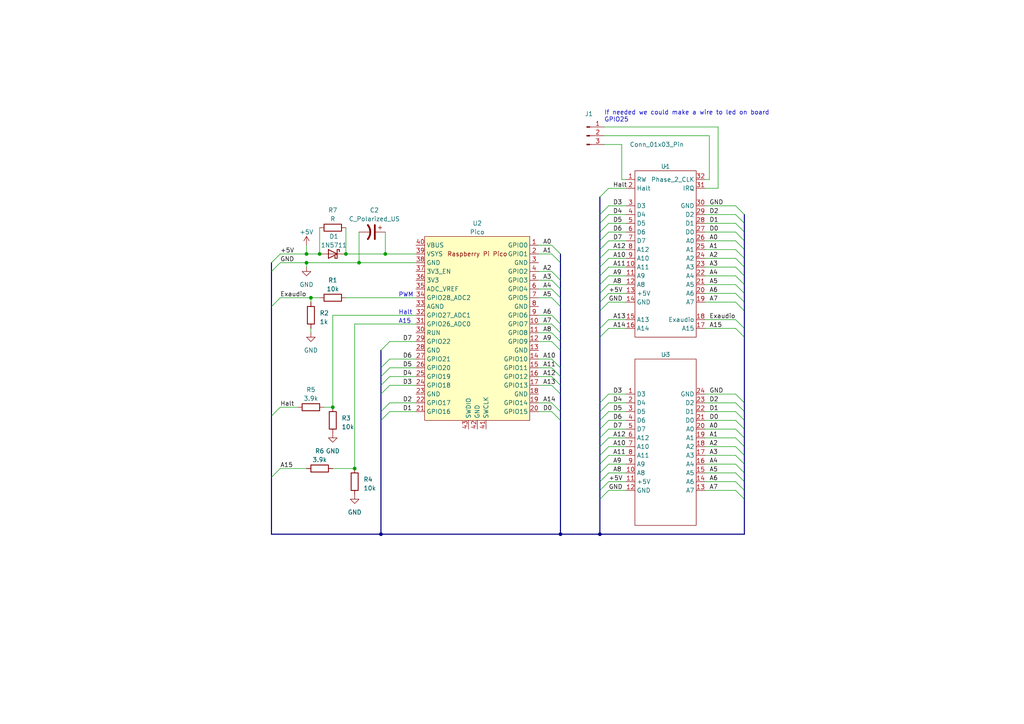
<source format=kicad_sch>
(kicad_sch (version 20230121) (generator eeschema)

  (uuid e32e80ef-755d-4d03-a153-073505d7961f)

  (paper "A4")

  (lib_symbols
    (symbol "Connector:Conn_01x03_Pin" (pin_names (offset 1.016) hide) (in_bom yes) (on_board yes)
      (property "Reference" "J" (at 0 5.08 0)
        (effects (font (size 1.27 1.27)))
      )
      (property "Value" "Conn_01x03_Pin" (at 0 -5.08 0)
        (effects (font (size 1.27 1.27)))
      )
      (property "Footprint" "" (at 0 0 0)
        (effects (font (size 1.27 1.27)) hide)
      )
      (property "Datasheet" "~" (at 0 0 0)
        (effects (font (size 1.27 1.27)) hide)
      )
      (property "ki_locked" "" (at 0 0 0)
        (effects (font (size 1.27 1.27)))
      )
      (property "ki_keywords" "connector" (at 0 0 0)
        (effects (font (size 1.27 1.27)) hide)
      )
      (property "ki_description" "Generic connector, single row, 01x03, script generated" (at 0 0 0)
        (effects (font (size 1.27 1.27)) hide)
      )
      (property "ki_fp_filters" "Connector*:*_1x??_*" (at 0 0 0)
        (effects (font (size 1.27 1.27)) hide)
      )
      (symbol "Conn_01x03_Pin_1_1"
        (polyline
          (pts
            (xy 1.27 -2.54)
            (xy 0.8636 -2.54)
          )
          (stroke (width 0.1524) (type default))
          (fill (type none))
        )
        (polyline
          (pts
            (xy 1.27 0)
            (xy 0.8636 0)
          )
          (stroke (width 0.1524) (type default))
          (fill (type none))
        )
        (polyline
          (pts
            (xy 1.27 2.54)
            (xy 0.8636 2.54)
          )
          (stroke (width 0.1524) (type default))
          (fill (type none))
        )
        (rectangle (start 0.8636 -2.413) (end 0 -2.667)
          (stroke (width 0.1524) (type default))
          (fill (type outline))
        )
        (rectangle (start 0.8636 0.127) (end 0 -0.127)
          (stroke (width 0.1524) (type default))
          (fill (type outline))
        )
        (rectangle (start 0.8636 2.667) (end 0 2.413)
          (stroke (width 0.1524) (type default))
          (fill (type outline))
        )
        (pin passive line (at 5.08 2.54 180) (length 3.81)
          (name "Pin_1" (effects (font (size 1.27 1.27))))
          (number "1" (effects (font (size 1.27 1.27))))
        )
        (pin passive line (at 5.08 0 180) (length 3.81)
          (name "Pin_2" (effects (font (size 1.27 1.27))))
          (number "2" (effects (font (size 1.27 1.27))))
        )
        (pin passive line (at 5.08 -2.54 180) (length 3.81)
          (name "Pin_3" (effects (font (size 1.27 1.27))))
          (number "3" (effects (font (size 1.27 1.27))))
        )
      )
    )
    (symbol "Device:C_Polarized_US" (pin_numbers hide) (pin_names (offset 0.254) hide) (in_bom yes) (on_board yes)
      (property "Reference" "C" (at 0.635 2.54 0)
        (effects (font (size 1.27 1.27)) (justify left))
      )
      (property "Value" "C_Polarized_US" (at 0.635 -2.54 0)
        (effects (font (size 1.27 1.27)) (justify left))
      )
      (property "Footprint" "" (at 0 0 0)
        (effects (font (size 1.27 1.27)) hide)
      )
      (property "Datasheet" "~" (at 0 0 0)
        (effects (font (size 1.27 1.27)) hide)
      )
      (property "ki_keywords" "cap capacitor" (at 0 0 0)
        (effects (font (size 1.27 1.27)) hide)
      )
      (property "ki_description" "Polarized capacitor, US symbol" (at 0 0 0)
        (effects (font (size 1.27 1.27)) hide)
      )
      (property "ki_fp_filters" "CP_*" (at 0 0 0)
        (effects (font (size 1.27 1.27)) hide)
      )
      (symbol "C_Polarized_US_0_1"
        (polyline
          (pts
            (xy -2.032 0.762)
            (xy 2.032 0.762)
          )
          (stroke (width 0.508) (type default))
          (fill (type none))
        )
        (polyline
          (pts
            (xy -1.778 2.286)
            (xy -0.762 2.286)
          )
          (stroke (width 0) (type default))
          (fill (type none))
        )
        (polyline
          (pts
            (xy -1.27 1.778)
            (xy -1.27 2.794)
          )
          (stroke (width 0) (type default))
          (fill (type none))
        )
        (arc (start 2.032 -1.27) (mid 0 -0.5572) (end -2.032 -1.27)
          (stroke (width 0.508) (type default))
          (fill (type none))
        )
      )
      (symbol "C_Polarized_US_1_1"
        (pin passive line (at 0 3.81 270) (length 2.794)
          (name "~" (effects (font (size 1.27 1.27))))
          (number "1" (effects (font (size 1.27 1.27))))
        )
        (pin passive line (at 0 -3.81 90) (length 3.302)
          (name "~" (effects (font (size 1.27 1.27))))
          (number "2" (effects (font (size 1.27 1.27))))
        )
      )
    )
    (symbol "Device:R" (pin_numbers hide) (pin_names (offset 0)) (in_bom yes) (on_board yes)
      (property "Reference" "R" (at 2.032 0 90)
        (effects (font (size 1.27 1.27)))
      )
      (property "Value" "R" (at 0 0 90)
        (effects (font (size 1.27 1.27)))
      )
      (property "Footprint" "" (at -1.778 0 90)
        (effects (font (size 1.27 1.27)) hide)
      )
      (property "Datasheet" "~" (at 0 0 0)
        (effects (font (size 1.27 1.27)) hide)
      )
      (property "ki_keywords" "R res resistor" (at 0 0 0)
        (effects (font (size 1.27 1.27)) hide)
      )
      (property "ki_description" "Resistor" (at 0 0 0)
        (effects (font (size 1.27 1.27)) hide)
      )
      (property "ki_fp_filters" "R_*" (at 0 0 0)
        (effects (font (size 1.27 1.27)) hide)
      )
      (symbol "R_0_1"
        (rectangle (start -1.016 -2.54) (end 1.016 2.54)
          (stroke (width 0.254) (type default))
          (fill (type none))
        )
      )
      (symbol "R_1_1"
        (pin passive line (at 0 3.81 270) (length 1.27)
          (name "~" (effects (font (size 1.27 1.27))))
          (number "1" (effects (font (size 1.27 1.27))))
        )
        (pin passive line (at 0 -3.81 90) (length 1.27)
          (name "~" (effects (font (size 1.27 1.27))))
          (number "2" (effects (font (size 1.27 1.27))))
        )
      )
    )
    (symbol "Diode:1N5711" (pin_numbers hide) (pin_names (offset 1.016) hide) (in_bom yes) (on_board yes)
      (property "Reference" "D" (at 0 2.54 0)
        (effects (font (size 1.27 1.27)))
      )
      (property "Value" "1N5711" (at 0 -2.54 0)
        (effects (font (size 1.27 1.27)))
      )
      (property "Footprint" "Diode_THT:D_DO-35_SOD27_P7.62mm_Horizontal" (at 0 -4.445 0)
        (effects (font (size 1.27 1.27)) hide)
      )
      (property "Datasheet" "https://www.microsemi.com/document-portal/doc_download/8865-lds-0040-datasheet" (at 0 0 0)
        (effects (font (size 1.27 1.27)) hide)
      )
      (property "ki_keywords" "diode Schottky" (at 0 0 0)
        (effects (font (size 1.27 1.27)) hide)
      )
      (property "ki_description" "70V 33mA Schottky diode, DO-35" (at 0 0 0)
        (effects (font (size 1.27 1.27)) hide)
      )
      (property "ki_fp_filters" "D*DO?35*" (at 0 0 0)
        (effects (font (size 1.27 1.27)) hide)
      )
      (symbol "1N5711_0_1"
        (polyline
          (pts
            (xy 1.27 0)
            (xy -1.27 0)
          )
          (stroke (width 0) (type default))
          (fill (type none))
        )
        (polyline
          (pts
            (xy 1.27 1.27)
            (xy 1.27 -1.27)
            (xy -1.27 0)
            (xy 1.27 1.27)
          )
          (stroke (width 0.254) (type default))
          (fill (type none))
        )
        (polyline
          (pts
            (xy -1.905 0.635)
            (xy -1.905 1.27)
            (xy -1.27 1.27)
            (xy -1.27 -1.27)
            (xy -0.635 -1.27)
            (xy -0.635 -0.635)
          )
          (stroke (width 0.254) (type default))
          (fill (type none))
        )
      )
      (symbol "1N5711_1_1"
        (pin passive line (at -3.81 0 0) (length 2.54)
          (name "K" (effects (font (size 1.27 1.27))))
          (number "1" (effects (font (size 1.27 1.27))))
        )
        (pin passive line (at 3.81 0 180) (length 2.54)
          (name "A" (effects (font (size 1.27 1.27))))
          (number "2" (effects (font (size 1.27 1.27))))
        )
      )
    )
    (symbol "MCU_RaspberryPi_and_Boards:Pico" (in_bom yes) (on_board yes)
      (property "Reference" "U" (at -13.97 27.94 0)
        (effects (font (size 1.27 1.27)))
      )
      (property "Value" "Pico" (at 0 19.05 0)
        (effects (font (size 1.27 1.27)))
      )
      (property "Footprint" "RPi_Pico:RPi_Pico_SMD_TH" (at 0 0 90)
        (effects (font (size 1.27 1.27)) hide)
      )
      (property "Datasheet" "" (at 0 0 0)
        (effects (font (size 1.27 1.27)) hide)
      )
      (symbol "Pico_0_0"
        (text "Raspberry Pi Pico" (at 0 21.59 0)
          (effects (font (size 1.27 1.27)))
        )
      )
      (symbol "Pico_0_1"
        (rectangle (start -15.24 26.67) (end 15.24 -26.67)
          (stroke (width 0) (type default))
          (fill (type background))
        )
      )
      (symbol "Pico_1_1"
        (pin bidirectional line (at -17.78 24.13 0) (length 2.54)
          (name "GPIO0" (effects (font (size 1.27 1.27))))
          (number "1" (effects (font (size 1.27 1.27))))
        )
        (pin bidirectional line (at -17.78 1.27 0) (length 2.54)
          (name "GPIO7" (effects (font (size 1.27 1.27))))
          (number "10" (effects (font (size 1.27 1.27))))
        )
        (pin bidirectional line (at -17.78 -1.27 0) (length 2.54)
          (name "GPIO8" (effects (font (size 1.27 1.27))))
          (number "11" (effects (font (size 1.27 1.27))))
        )
        (pin bidirectional line (at -17.78 -3.81 0) (length 2.54)
          (name "GPIO9" (effects (font (size 1.27 1.27))))
          (number "12" (effects (font (size 1.27 1.27))))
        )
        (pin power_in line (at -17.78 -6.35 0) (length 2.54)
          (name "GND" (effects (font (size 1.27 1.27))))
          (number "13" (effects (font (size 1.27 1.27))))
        )
        (pin bidirectional line (at -17.78 -8.89 0) (length 2.54)
          (name "GPIO10" (effects (font (size 1.27 1.27))))
          (number "14" (effects (font (size 1.27 1.27))))
        )
        (pin bidirectional line (at -17.78 -11.43 0) (length 2.54)
          (name "GPIO11" (effects (font (size 1.27 1.27))))
          (number "15" (effects (font (size 1.27 1.27))))
        )
        (pin bidirectional line (at -17.78 -13.97 0) (length 2.54)
          (name "GPIO12" (effects (font (size 1.27 1.27))))
          (number "16" (effects (font (size 1.27 1.27))))
        )
        (pin bidirectional line (at -17.78 -16.51 0) (length 2.54)
          (name "GPIO13" (effects (font (size 1.27 1.27))))
          (number "17" (effects (font (size 1.27 1.27))))
        )
        (pin power_in line (at -17.78 -19.05 0) (length 2.54)
          (name "GND" (effects (font (size 1.27 1.27))))
          (number "18" (effects (font (size 1.27 1.27))))
        )
        (pin bidirectional line (at -17.78 -21.59 0) (length 2.54)
          (name "GPIO14" (effects (font (size 1.27 1.27))))
          (number "19" (effects (font (size 1.27 1.27))))
        )
        (pin bidirectional line (at -17.78 21.59 0) (length 2.54)
          (name "GPIO1" (effects (font (size 1.27 1.27))))
          (number "2" (effects (font (size 1.27 1.27))))
        )
        (pin bidirectional line (at -17.78 -24.13 0) (length 2.54)
          (name "GPIO15" (effects (font (size 1.27 1.27))))
          (number "20" (effects (font (size 1.27 1.27))))
        )
        (pin bidirectional line (at 17.78 -24.13 180) (length 2.54)
          (name "GPIO16" (effects (font (size 1.27 1.27))))
          (number "21" (effects (font (size 1.27 1.27))))
        )
        (pin bidirectional line (at 17.78 -21.59 180) (length 2.54)
          (name "GPIO17" (effects (font (size 1.27 1.27))))
          (number "22" (effects (font (size 1.27 1.27))))
        )
        (pin power_in line (at 17.78 -19.05 180) (length 2.54)
          (name "GND" (effects (font (size 1.27 1.27))))
          (number "23" (effects (font (size 1.27 1.27))))
        )
        (pin bidirectional line (at 17.78 -16.51 180) (length 2.54)
          (name "GPIO18" (effects (font (size 1.27 1.27))))
          (number "24" (effects (font (size 1.27 1.27))))
        )
        (pin bidirectional line (at 17.78 -13.97 180) (length 2.54)
          (name "GPIO19" (effects (font (size 1.27 1.27))))
          (number "25" (effects (font (size 1.27 1.27))))
        )
        (pin bidirectional line (at 17.78 -11.43 180) (length 2.54)
          (name "GPIO20" (effects (font (size 1.27 1.27))))
          (number "26" (effects (font (size 1.27 1.27))))
        )
        (pin bidirectional line (at 17.78 -8.89 180) (length 2.54)
          (name "GPIO21" (effects (font (size 1.27 1.27))))
          (number "27" (effects (font (size 1.27 1.27))))
        )
        (pin power_in line (at 17.78 -6.35 180) (length 2.54)
          (name "GND" (effects (font (size 1.27 1.27))))
          (number "28" (effects (font (size 1.27 1.27))))
        )
        (pin bidirectional line (at 17.78 -3.81 180) (length 2.54)
          (name "GPIO22" (effects (font (size 1.27 1.27))))
          (number "29" (effects (font (size 1.27 1.27))))
        )
        (pin power_in line (at -17.78 19.05 0) (length 2.54)
          (name "GND" (effects (font (size 1.27 1.27))))
          (number "3" (effects (font (size 1.27 1.27))))
        )
        (pin input line (at 17.78 -1.27 180) (length 2.54)
          (name "RUN" (effects (font (size 1.27 1.27))))
          (number "30" (effects (font (size 1.27 1.27))))
        )
        (pin bidirectional line (at 17.78 1.27 180) (length 2.54)
          (name "GPIO26_ADC0" (effects (font (size 1.27 1.27))))
          (number "31" (effects (font (size 1.27 1.27))))
        )
        (pin bidirectional line (at 17.78 3.81 180) (length 2.54)
          (name "GPIO27_ADC1" (effects (font (size 1.27 1.27))))
          (number "32" (effects (font (size 1.27 1.27))))
        )
        (pin power_in line (at 17.78 6.35 180) (length 2.54)
          (name "AGND" (effects (font (size 1.27 1.27))))
          (number "33" (effects (font (size 1.27 1.27))))
        )
        (pin bidirectional line (at 17.78 8.89 180) (length 2.54)
          (name "GPIO28_ADC2" (effects (font (size 1.27 1.27))))
          (number "34" (effects (font (size 1.27 1.27))))
        )
        (pin power_in line (at 17.78 11.43 180) (length 2.54)
          (name "ADC_VREF" (effects (font (size 1.27 1.27))))
          (number "35" (effects (font (size 1.27 1.27))))
        )
        (pin power_in line (at 17.78 13.97 180) (length 2.54)
          (name "3V3" (effects (font (size 1.27 1.27))))
          (number "36" (effects (font (size 1.27 1.27))))
        )
        (pin input line (at 17.78 16.51 180) (length 2.54)
          (name "3V3_EN" (effects (font (size 1.27 1.27))))
          (number "37" (effects (font (size 1.27 1.27))))
        )
        (pin bidirectional line (at 17.78 19.05 180) (length 2.54)
          (name "GND" (effects (font (size 1.27 1.27))))
          (number "38" (effects (font (size 1.27 1.27))))
        )
        (pin power_in line (at 17.78 21.59 180) (length 2.54)
          (name "VSYS" (effects (font (size 1.27 1.27))))
          (number "39" (effects (font (size 1.27 1.27))))
        )
        (pin bidirectional line (at -17.78 16.51 0) (length 2.54)
          (name "GPIO2" (effects (font (size 1.27 1.27))))
          (number "4" (effects (font (size 1.27 1.27))))
        )
        (pin power_in line (at 17.78 24.13 180) (length 2.54)
          (name "VBUS" (effects (font (size 1.27 1.27))))
          (number "40" (effects (font (size 1.27 1.27))))
        )
        (pin input line (at -2.54 -29.21 90) (length 2.54)
          (name "SWCLK" (effects (font (size 1.27 1.27))))
          (number "41" (effects (font (size 1.27 1.27))))
        )
        (pin power_in line (at 0 -29.21 90) (length 2.54)
          (name "GND" (effects (font (size 1.27 1.27))))
          (number "42" (effects (font (size 1.27 1.27))))
        )
        (pin bidirectional line (at 2.54 -29.21 90) (length 2.54)
          (name "SWDIO" (effects (font (size 1.27 1.27))))
          (number "43" (effects (font (size 1.27 1.27))))
        )
        (pin bidirectional line (at -17.78 13.97 0) (length 2.54)
          (name "GPIO3" (effects (font (size 1.27 1.27))))
          (number "5" (effects (font (size 1.27 1.27))))
        )
        (pin bidirectional line (at -17.78 11.43 0) (length 2.54)
          (name "GPIO4" (effects (font (size 1.27 1.27))))
          (number "6" (effects (font (size 1.27 1.27))))
        )
        (pin bidirectional line (at -17.78 8.89 0) (length 2.54)
          (name "GPIO5" (effects (font (size 1.27 1.27))))
          (number "7" (effects (font (size 1.27 1.27))))
        )
        (pin power_in line (at -17.78 6.35 0) (length 2.54)
          (name "GND" (effects (font (size 1.27 1.27))))
          (number "8" (effects (font (size 1.27 1.27))))
        )
        (pin bidirectional line (at -17.78 3.81 0) (length 2.54)
          (name "GPIO6" (effects (font (size 1.27 1.27))))
          (number "9" (effects (font (size 1.27 1.27))))
        )
      )
    )
    (symbol "Otaku:2600edgeconn" (in_bom yes) (on_board yes)
      (property "Reference" "U" (at 0 25.4 0)
        (effects (font (size 1.27 1.27)))
      )
      (property "Value" "" (at 0 25.4 0)
        (effects (font (size 1.27 1.27)))
      )
      (property "Footprint" "" (at 0 25.4 0)
        (effects (font (size 1.27 1.27)) hide)
      )
      (property "Datasheet" "" (at 0 25.4 0)
        (effects (font (size 1.27 1.27)) hide)
      )
      (symbol "2600edgeconn_0_1"
        (rectangle (start -8.89 24.13) (end 8.89 -24.13)
          (stroke (width 0) (type default))
          (fill (type none))
        )
      )
      (symbol "2600edgeconn_1_1"
        (pin bidirectional line (at -11.43 13.97 0) (length 2.54)
          (name "D3" (effects (font (size 1.27 1.27))))
          (number "1" (effects (font (size 1.27 1.27))))
        )
        (pin input line (at -11.43 -8.89 0) (length 2.54)
          (name "A8" (effects (font (size 1.27 1.27))))
          (number "10" (effects (font (size 1.27 1.27))))
        )
        (pin power_in line (at -11.43 -11.43 0) (length 2.54)
          (name "+5V" (effects (font (size 1.27 1.27))))
          (number "11" (effects (font (size 1.27 1.27))))
        )
        (pin power_in line (at -11.43 -13.97 0) (length 2.54)
          (name "GND" (effects (font (size 1.27 1.27))))
          (number "12" (effects (font (size 1.27 1.27))))
        )
        (pin input line (at 11.43 -13.97 180) (length 2.54)
          (name "A7" (effects (font (size 1.27 1.27))))
          (number "13" (effects (font (size 1.27 1.27))))
        )
        (pin input line (at 11.43 -11.43 180) (length 2.54)
          (name "A6" (effects (font (size 1.27 1.27))))
          (number "14" (effects (font (size 1.27 1.27))))
        )
        (pin input line (at 11.43 -8.89 180) (length 2.54)
          (name "A5" (effects (font (size 1.27 1.27))))
          (number "15" (effects (font (size 1.27 1.27))))
        )
        (pin input line (at 11.43 -6.35 180) (length 2.54)
          (name "A4" (effects (font (size 1.27 1.27))))
          (number "16" (effects (font (size 1.27 1.27))))
        )
        (pin input line (at 11.43 -3.81 180) (length 2.54)
          (name "A3" (effects (font (size 1.27 1.27))))
          (number "17" (effects (font (size 1.27 1.27))))
        )
        (pin input line (at 11.43 -1.27 180) (length 2.54)
          (name "A2" (effects (font (size 1.27 1.27))))
          (number "18" (effects (font (size 1.27 1.27))))
        )
        (pin input line (at 11.43 1.27 180) (length 2.54)
          (name "A1" (effects (font (size 1.27 1.27))))
          (number "19" (effects (font (size 1.27 1.27))))
        )
        (pin bidirectional line (at -11.43 11.43 0) (length 2.54)
          (name "D4" (effects (font (size 1.27 1.27))))
          (number "2" (effects (font (size 1.27 1.27))))
        )
        (pin input line (at 11.43 3.81 180) (length 2.54)
          (name "A0" (effects (font (size 1.27 1.27))))
          (number "20" (effects (font (size 1.27 1.27))))
        )
        (pin bidirectional line (at 11.43 6.35 180) (length 2.54)
          (name "D0" (effects (font (size 1.27 1.27))))
          (number "21" (effects (font (size 1.27 1.27))))
        )
        (pin bidirectional line (at 11.43 8.89 180) (length 2.54)
          (name "D1" (effects (font (size 1.27 1.27))))
          (number "22" (effects (font (size 1.27 1.27))))
        )
        (pin bidirectional line (at 11.43 11.43 180) (length 2.54)
          (name "D2" (effects (font (size 1.27 1.27))))
          (number "23" (effects (font (size 1.27 1.27))))
        )
        (pin power_in line (at 11.43 13.97 180) (length 2.54)
          (name "GND" (effects (font (size 1.27 1.27))))
          (number "24" (effects (font (size 1.27 1.27))))
        )
        (pin bidirectional line (at -11.43 8.89 0) (length 2.54)
          (name "D5" (effects (font (size 1.27 1.27))))
          (number "3" (effects (font (size 1.27 1.27))))
        )
        (pin bidirectional line (at -11.43 6.35 0) (length 2.54)
          (name "D6" (effects (font (size 1.27 1.27))))
          (number "4" (effects (font (size 1.27 1.27))))
        )
        (pin bidirectional line (at -11.43 3.81 0) (length 2.54)
          (name "D7" (effects (font (size 1.27 1.27))))
          (number "5" (effects (font (size 1.27 1.27))))
        )
        (pin input line (at -11.43 1.27 0) (length 2.54)
          (name "A12" (effects (font (size 1.27 1.27))))
          (number "6" (effects (font (size 1.27 1.27))))
        )
        (pin input line (at -11.43 -1.27 0) (length 2.54)
          (name "A10" (effects (font (size 1.27 1.27))))
          (number "7" (effects (font (size 1.27 1.27))))
        )
        (pin input line (at -11.43 -3.81 0) (length 2.54)
          (name "A11" (effects (font (size 1.27 1.27))))
          (number "8" (effects (font (size 1.27 1.27))))
        )
        (pin input line (at -11.43 -6.35 0) (length 2.54)
          (name "A9" (effects (font (size 1.27 1.27))))
          (number "9" (effects (font (size 1.27 1.27))))
        )
      )
    )
    (symbol "Otaku:7800edgeconn" (in_bom yes) (on_board yes)
      (property "Reference" "U" (at 0 25.4 0)
        (effects (font (size 1.27 1.27)))
      )
      (property "Value" "" (at 0 25.4 0)
        (effects (font (size 1.27 1.27)))
      )
      (property "Footprint" "" (at 0 25.4 0)
        (effects (font (size 1.27 1.27)) hide)
      )
      (property "Datasheet" "" (at 0 25.4 0)
        (effects (font (size 1.27 1.27)) hide)
      )
      (symbol "7800edgeconn_0_1"
        (rectangle (start -8.89 24.13) (end 8.89 -24.13)
          (stroke (width 0) (type default))
          (fill (type none))
        )
      )
      (symbol "7800edgeconn_1_1"
        (pin input line (at -11.43 21.59 0) (length 2.54)
          (name "RW" (effects (font (size 1.27 1.27))))
          (number "1" (effects (font (size 1.27 1.27))))
        )
        (pin input line (at -11.43 -3.81 0) (length 2.54)
          (name "A11" (effects (font (size 1.27 1.27))))
          (number "10" (effects (font (size 1.27 1.27))))
        )
        (pin input line (at -11.43 -6.35 0) (length 2.54)
          (name "A9" (effects (font (size 1.27 1.27))))
          (number "11" (effects (font (size 1.27 1.27))))
        )
        (pin input line (at -11.43 -8.89 0) (length 2.54)
          (name "A8" (effects (font (size 1.27 1.27))))
          (number "12" (effects (font (size 1.27 1.27))))
        )
        (pin power_in line (at -11.43 -11.43 0) (length 2.54)
          (name "+5V" (effects (font (size 1.27 1.27))))
          (number "13" (effects (font (size 1.27 1.27))))
        )
        (pin power_in line (at -11.43 -13.97 0) (length 2.54)
          (name "GND" (effects (font (size 1.27 1.27))))
          (number "14" (effects (font (size 1.27 1.27))))
        )
        (pin input line (at -11.43 -19.05 0) (length 2.54)
          (name "A13" (effects (font (size 1.27 1.27))))
          (number "15" (effects (font (size 1.27 1.27))))
        )
        (pin input line (at -11.43 -21.59 0) (length 2.54)
          (name "A14" (effects (font (size 1.27 1.27))))
          (number "16" (effects (font (size 1.27 1.27))))
        )
        (pin input line (at 11.43 -21.59 180) (length 2.54)
          (name "A15" (effects (font (size 1.27 1.27))))
          (number "17" (effects (font (size 1.27 1.27))))
        )
        (pin output line (at 11.43 -19.05 180) (length 2.54)
          (name "Exaudio" (effects (font (size 1.27 1.27))))
          (number "18" (effects (font (size 1.27 1.27))))
        )
        (pin input line (at 11.43 -13.97 180) (length 2.54)
          (name "A7" (effects (font (size 1.27 1.27))))
          (number "19" (effects (font (size 1.27 1.27))))
        )
        (pin output line (at -11.43 19.05 0) (length 2.54)
          (name "Halt" (effects (font (size 1.27 1.27))))
          (number "2" (effects (font (size 1.27 1.27))))
        )
        (pin input line (at 11.43 -11.43 180) (length 2.54)
          (name "A6" (effects (font (size 1.27 1.27))))
          (number "20" (effects (font (size 1.27 1.27))))
        )
        (pin input line (at 11.43 -8.89 180) (length 2.54)
          (name "A5" (effects (font (size 1.27 1.27))))
          (number "21" (effects (font (size 1.27 1.27))))
        )
        (pin input line (at 11.43 -6.35 180) (length 2.54)
          (name "A4" (effects (font (size 1.27 1.27))))
          (number "22" (effects (font (size 1.27 1.27))))
        )
        (pin input line (at 11.43 -3.81 180) (length 2.54)
          (name "A3" (effects (font (size 1.27 1.27))))
          (number "23" (effects (font (size 1.27 1.27))))
        )
        (pin input line (at 11.43 -1.27 180) (length 2.54)
          (name "A2" (effects (font (size 1.27 1.27))))
          (number "24" (effects (font (size 1.27 1.27))))
        )
        (pin input line (at 11.43 1.27 180) (length 2.54)
          (name "A1" (effects (font (size 1.27 1.27))))
          (number "25" (effects (font (size 1.27 1.27))))
        )
        (pin input line (at 11.43 3.81 180) (length 2.54)
          (name "A0" (effects (font (size 1.27 1.27))))
          (number "26" (effects (font (size 1.27 1.27))))
        )
        (pin bidirectional line (at 11.43 6.35 180) (length 2.54)
          (name "D0" (effects (font (size 1.27 1.27))))
          (number "27" (effects (font (size 1.27 1.27))))
        )
        (pin bidirectional line (at 11.43 8.89 180) (length 2.54)
          (name "D1" (effects (font (size 1.27 1.27))))
          (number "28" (effects (font (size 1.27 1.27))))
        )
        (pin bidirectional line (at 11.43 11.43 180) (length 2.54)
          (name "D2" (effects (font (size 1.27 1.27))))
          (number "29" (effects (font (size 1.27 1.27))))
        )
        (pin bidirectional line (at -11.43 13.97 0) (length 2.54)
          (name "D3" (effects (font (size 1.27 1.27))))
          (number "3" (effects (font (size 1.27 1.27))))
        )
        (pin power_in line (at 11.43 13.97 180) (length 2.54)
          (name "GND" (effects (font (size 1.27 1.27))))
          (number "30" (effects (font (size 1.27 1.27))))
        )
        (pin output line (at 11.43 19.05 180) (length 2.54)
          (name "IRQ" (effects (font (size 1.27 1.27))))
          (number "31" (effects (font (size 1.27 1.27))))
        )
        (pin input line (at 11.43 21.59 180) (length 2.54)
          (name "Phase_2_CLK" (effects (font (size 1.27 1.27))))
          (number "32" (effects (font (size 1.27 1.27))))
        )
        (pin bidirectional line (at -11.43 11.43 0) (length 2.54)
          (name "D4" (effects (font (size 1.27 1.27))))
          (number "4" (effects (font (size 1.27 1.27))))
        )
        (pin bidirectional line (at -11.43 8.89 0) (length 2.54)
          (name "D5" (effects (font (size 1.27 1.27))))
          (number "5" (effects (font (size 1.27 1.27))))
        )
        (pin bidirectional line (at -11.43 6.35 0) (length 2.54)
          (name "D6" (effects (font (size 1.27 1.27))))
          (number "6" (effects (font (size 1.27 1.27))))
        )
        (pin bidirectional line (at -11.43 3.81 0) (length 2.54)
          (name "D7" (effects (font (size 1.27 1.27))))
          (number "7" (effects (font (size 1.27 1.27))))
        )
        (pin input line (at -11.43 1.27 0) (length 2.54)
          (name "A12" (effects (font (size 1.27 1.27))))
          (number "8" (effects (font (size 1.27 1.27))))
        )
        (pin input line (at -11.43 -1.27 0) (length 2.54)
          (name "A10" (effects (font (size 1.27 1.27))))
          (number "9" (effects (font (size 1.27 1.27))))
        )
      )
    )
    (symbol "power:+5V" (power) (pin_names (offset 0)) (in_bom yes) (on_board yes)
      (property "Reference" "#PWR" (at 0 -3.81 0)
        (effects (font (size 1.27 1.27)) hide)
      )
      (property "Value" "+5V" (at 0 3.556 0)
        (effects (font (size 1.27 1.27)))
      )
      (property "Footprint" "" (at 0 0 0)
        (effects (font (size 1.27 1.27)) hide)
      )
      (property "Datasheet" "" (at 0 0 0)
        (effects (font (size 1.27 1.27)) hide)
      )
      (property "ki_keywords" "global power" (at 0 0 0)
        (effects (font (size 1.27 1.27)) hide)
      )
      (property "ki_description" "Power symbol creates a global label with name \"+5V\"" (at 0 0 0)
        (effects (font (size 1.27 1.27)) hide)
      )
      (symbol "+5V_0_1"
        (polyline
          (pts
            (xy -0.762 1.27)
            (xy 0 2.54)
          )
          (stroke (width 0) (type default))
          (fill (type none))
        )
        (polyline
          (pts
            (xy 0 0)
            (xy 0 2.54)
          )
          (stroke (width 0) (type default))
          (fill (type none))
        )
        (polyline
          (pts
            (xy 0 2.54)
            (xy 0.762 1.27)
          )
          (stroke (width 0) (type default))
          (fill (type none))
        )
      )
      (symbol "+5V_1_1"
        (pin power_in line (at 0 0 90) (length 0) hide
          (name "+5V" (effects (font (size 1.27 1.27))))
          (number "1" (effects (font (size 1.27 1.27))))
        )
      )
    )
    (symbol "power:GND" (power) (pin_names (offset 0)) (in_bom yes) (on_board yes)
      (property "Reference" "#PWR" (at 0 -6.35 0)
        (effects (font (size 1.27 1.27)) hide)
      )
      (property "Value" "GND" (at 0 -3.81 0)
        (effects (font (size 1.27 1.27)))
      )
      (property "Footprint" "" (at 0 0 0)
        (effects (font (size 1.27 1.27)) hide)
      )
      (property "Datasheet" "" (at 0 0 0)
        (effects (font (size 1.27 1.27)) hide)
      )
      (property "ki_keywords" "global power" (at 0 0 0)
        (effects (font (size 1.27 1.27)) hide)
      )
      (property "ki_description" "Power symbol creates a global label with name \"GND\" , ground" (at 0 0 0)
        (effects (font (size 1.27 1.27)) hide)
      )
      (symbol "GND_0_1"
        (polyline
          (pts
            (xy 0 0)
            (xy 0 -1.27)
            (xy 1.27 -1.27)
            (xy 0 -2.54)
            (xy -1.27 -1.27)
            (xy 0 -1.27)
          )
          (stroke (width 0) (type default))
          (fill (type none))
        )
      )
      (symbol "GND_1_1"
        (pin power_in line (at 0 0 270) (length 0) hide
          (name "GND" (effects (font (size 1.27 1.27))))
          (number "1" (effects (font (size 1.27 1.27))))
        )
      )
    )
  )

  (junction (at 88.9 76.2) (diameter 0) (color 0 0 0 0)
    (uuid 4a4a39d9-029b-447f-ae01-a16b3a83c524)
  )
  (junction (at 173.99 154.94) (diameter 0) (color 0 0 0 0)
    (uuid 6416905e-a24d-41fc-bcab-ade348de7f87)
  )
  (junction (at 92.71 73.66) (diameter 0) (color 0 0 0 0)
    (uuid 663f73fc-2580-4cf7-a401-b9683177db61)
  )
  (junction (at 162.56 154.94) (diameter 0) (color 0 0 0 0)
    (uuid 803dc02c-c67a-4c18-9913-a3e8134d5e72)
  )
  (junction (at 111.76 73.66) (diameter 0) (color 0 0 0 0)
    (uuid 8e4916e9-cec7-4371-9df7-c14180ef3267)
  )
  (junction (at 100.33 73.66) (diameter 0) (color 0 0 0 0)
    (uuid 9df335a5-f170-4b56-a853-879b22b3a564)
  )
  (junction (at 90.17 86.36) (diameter 0) (color 0 0 0 0)
    (uuid a8adfc66-28a8-46ae-ae80-67133e6cccaf)
  )
  (junction (at 102.87 135.89) (diameter 0) (color 0 0 0 0)
    (uuid b424f2d7-6b53-4e22-87f8-4c6509cb839a)
  )
  (junction (at 104.14 76.2) (diameter 0) (color 0 0 0 0)
    (uuid b51cdb29-f7b1-44b9-9182-a274d621a2d4)
  )
  (junction (at 88.9 73.66) (diameter 0) (color 0 0 0 0)
    (uuid c61b9960-bbd9-43ef-816f-c8308d523618)
  )
  (junction (at 110.49 154.94) (diameter 0) (color 0 0 0 0)
    (uuid dc53f665-ddf2-4fe8-b286-14dc3455291c)
  )
  (junction (at 96.52 118.11) (diameter 0) (color 0 0 0 0)
    (uuid f55ec705-d1b1-4b23-bd7b-0c7cdb3640ba)
  )

  (bus_entry (at 215.9 72.39) (size -2.54 -2.54)
    (stroke (width 0) (type default))
    (uuid 02248e2f-e44f-4586-897d-c963d38c091f)
  )
  (bus_entry (at 173.99 90.17) (size 2.54 -2.54)
    (stroke (width 0) (type default))
    (uuid 03384718-17d4-4fa7-911f-a684fe0f13b5)
  )
  (bus_entry (at 113.03 116.84) (size -2.54 2.54)
    (stroke (width 0) (type default))
    (uuid 0452f571-990d-4657-8b06-a96bc881db68)
  )
  (bus_entry (at 213.36 114.3) (size 2.54 2.54)
    (stroke (width 0) (type default))
    (uuid 05122104-344c-4303-8e08-eefa4df1c935)
  )
  (bus_entry (at 78.74 138.43) (size 2.54 -2.54)
    (stroke (width 0) (type default))
    (uuid 0676428b-528d-4f2a-ba9a-d9c16d252def)
  )
  (bus_entry (at 113.03 109.22) (size -2.54 2.54)
    (stroke (width 0) (type default))
    (uuid 07d0b045-cda8-4473-a8b5-5657e842415a)
  )
  (bus_entry (at 173.99 97.79) (size 2.54 -2.54)
    (stroke (width 0) (type default))
    (uuid 0d7a94df-c8ee-4901-83a4-295606f9c9c6)
  )
  (bus_entry (at 113.03 106.68) (size -2.54 2.54)
    (stroke (width 0) (type default))
    (uuid 0dc41030-bb58-43f4-95c2-80e727f88ee4)
  )
  (bus_entry (at 213.36 142.24) (size 2.54 2.54)
    (stroke (width 0) (type default))
    (uuid 0edb421a-ae83-4cf5-b595-d675eaa5c673)
  )
  (bus_entry (at 173.99 134.62) (size 2.54 -2.54)
    (stroke (width 0) (type default))
    (uuid 0f9686cb-310a-4da0-a176-4fdb2ffc583a)
  )
  (bus_entry (at 173.99 129.54) (size 2.54 -2.54)
    (stroke (width 0) (type default))
    (uuid 116f9043-b5fb-4ef2-a582-352ddb20b0b0)
  )
  (bus_entry (at 215.9 82.55) (size -2.54 -2.54)
    (stroke (width 0) (type default))
    (uuid 1172d1bd-da3c-4557-bc78-164d3fe7b587)
  )
  (bus_entry (at 113.03 99.06) (size -2.54 2.54)
    (stroke (width 0) (type default))
    (uuid 13045402-c42b-45ac-a6a3-519ad66d6568)
  )
  (bus_entry (at 173.99 139.7) (size 2.54 -2.54)
    (stroke (width 0) (type default))
    (uuid 14f8c0ca-81f7-4e7a-ae6b-964f2e0bef5b)
  )
  (bus_entry (at 215.9 137.16) (size -2.54 -2.54)
    (stroke (width 0) (type default))
    (uuid 16776c3e-1c6c-458f-943e-8cdc0e16c56f)
  )
  (bus_entry (at 160.02 99.06) (size 2.54 2.54)
    (stroke (width 0) (type default))
    (uuid 19a01810-7e5d-45d8-bb43-5fb37cac31ae)
  )
  (bus_entry (at 160.02 83.82) (size 2.54 2.54)
    (stroke (width 0) (type default))
    (uuid 1ba8f752-e923-4900-a818-1cef06b0fea4)
  )
  (bus_entry (at 173.99 127) (size 2.54 -2.54)
    (stroke (width 0) (type default))
    (uuid 202690b1-0510-419f-a2df-ac61185ba14c)
  )
  (bus_entry (at 213.36 92.71) (size 2.54 2.54)
    (stroke (width 0) (type default))
    (uuid 2a03411e-c38c-4ca1-a14c-91688c070ead)
  )
  (bus_entry (at 113.03 119.38) (size -2.54 2.54)
    (stroke (width 0) (type default))
    (uuid 2ea1fe5f-9372-48fc-95a1-b55892e3ace8)
  )
  (bus_entry (at 213.36 139.7) (size 2.54 2.54)
    (stroke (width 0) (type default))
    (uuid 2f8bba11-186c-4ddb-8582-f221655bdef2)
  )
  (bus_entry (at 78.74 76.2) (size 2.54 -2.54)
    (stroke (width 0) (type default))
    (uuid 31c570a4-20a3-4e7e-9a86-6e7de83e48e6)
  )
  (bus_entry (at 160.02 109.22) (size 2.54 2.54)
    (stroke (width 0) (type default))
    (uuid 370d0eda-de23-4354-bacc-98b76faf58b2)
  )
  (bus_entry (at 215.9 74.93) (size -2.54 -2.54)
    (stroke (width 0) (type default))
    (uuid 37f25def-94c1-450c-b3c7-0477f1d8428a)
  )
  (bus_entry (at 215.9 77.47) (size -2.54 -2.54)
    (stroke (width 0) (type default))
    (uuid 3a2e3a3a-7193-4369-8480-1270334036b3)
  )
  (bus_entry (at 215.9 67.31) (size -2.54 -2.54)
    (stroke (width 0) (type default))
    (uuid 3ee45332-6a78-4eca-8ec1-21df94bf754b)
  )
  (bus_entry (at 215.9 64.77) (size -2.54 -2.54)
    (stroke (width 0) (type default))
    (uuid 440d9c0e-5821-4508-b9ae-dc29ce7d2b7c)
  )
  (bus_entry (at 173.99 142.24) (size 2.54 -2.54)
    (stroke (width 0) (type default))
    (uuid 48df23df-fd48-41e3-aa89-9529ff4bf1e1)
  )
  (bus_entry (at 173.99 82.55) (size 2.54 -2.54)
    (stroke (width 0) (type default))
    (uuid 4ea4a3b1-6c44-4a1a-89cd-044f32554e58)
  )
  (bus_entry (at 215.9 127) (size -2.54 -2.54)
    (stroke (width 0) (type default))
    (uuid 52594a5e-b45a-49ac-a8f4-377fcb17fa4e)
  )
  (bus_entry (at 160.02 106.68) (size 2.54 2.54)
    (stroke (width 0) (type default))
    (uuid 56baa596-8dd5-4fee-8f71-878f14cdde21)
  )
  (bus_entry (at 160.02 111.76) (size 2.54 2.54)
    (stroke (width 0) (type default))
    (uuid 56bc1503-2dce-4ed2-a24c-16bd40109962)
  )
  (bus_entry (at 160.02 96.52) (size 2.54 2.54)
    (stroke (width 0) (type default))
    (uuid 58898227-1751-4f61-a6fe-1c3caef85509)
  )
  (bus_entry (at 173.99 74.93) (size 2.54 -2.54)
    (stroke (width 0) (type default))
    (uuid 5c293d14-34b2-4f84-b9eb-b503a7fd8cc7)
  )
  (bus_entry (at 215.9 97.79) (size -2.54 -2.54)
    (stroke (width 0) (type default))
    (uuid 627152af-ad57-49bf-a522-05327f18556b)
  )
  (bus_entry (at 160.02 81.28) (size 2.54 2.54)
    (stroke (width 0) (type default))
    (uuid 6388501c-d7cb-4cc0-b293-78f40119a71c)
  )
  (bus_entry (at 173.99 119.38) (size 2.54 -2.54)
    (stroke (width 0) (type default))
    (uuid 6885992f-3df2-4e52-b105-f97782243edb)
  )
  (bus_entry (at 113.03 104.14) (size -2.54 2.54)
    (stroke (width 0) (type default))
    (uuid 6a632e13-b5f0-456b-a00c-b4d1f134f8ea)
  )
  (bus_entry (at 213.36 116.84) (size 2.54 2.54)
    (stroke (width 0) (type default))
    (uuid 708b270e-5bde-4c83-8460-6b3ef75acc78)
  )
  (bus_entry (at 113.03 111.76) (size -2.54 2.54)
    (stroke (width 0) (type default))
    (uuid 71127b6f-4679-4c7f-aa7a-e85a02b2dd08)
  )
  (bus_entry (at 173.99 95.25) (size 2.54 -2.54)
    (stroke (width 0) (type default))
    (uuid 711c48a0-7dc8-4579-818b-8934a17b73d5)
  )
  (bus_entry (at 215.9 134.62) (size -2.54 -2.54)
    (stroke (width 0) (type default))
    (uuid 7cf88c94-f1ab-45ee-b2b1-84fe53a65f3e)
  )
  (bus_entry (at 173.99 85.09) (size 2.54 -2.54)
    (stroke (width 0) (type default))
    (uuid 7fba372a-cdf5-46e0-a6e5-1788cd511926)
  )
  (bus_entry (at 173.99 144.78) (size 2.54 -2.54)
    (stroke (width 0) (type default))
    (uuid 885ba4f5-24d1-4909-b496-8fb45fb9f4af)
  )
  (bus_entry (at 78.74 120.65) (size 2.54 -2.54)
    (stroke (width 0) (type default))
    (uuid 88e6b690-b8f1-41da-ac69-1b77e4f8a926)
  )
  (bus_entry (at 160.02 116.84) (size 2.54 2.54)
    (stroke (width 0) (type default))
    (uuid 8d3f3284-551a-4266-a506-1941580a5bbc)
  )
  (bus_entry (at 173.99 116.84) (size 2.54 -2.54)
    (stroke (width 0) (type default))
    (uuid 8f4ffbd9-5238-4a8d-a30b-921f660c1057)
  )
  (bus_entry (at 215.9 69.85) (size -2.54 -2.54)
    (stroke (width 0) (type default))
    (uuid 93356f27-607e-4b71-b2b3-a9c488c887c2)
  )
  (bus_entry (at 215.9 90.17) (size -2.54 -2.54)
    (stroke (width 0) (type default))
    (uuid 9935d534-32d8-4630-8282-ed744493d377)
  )
  (bus_entry (at 173.99 124.46) (size 2.54 -2.54)
    (stroke (width 0) (type default))
    (uuid 9e000aa4-ae68-4553-be46-1f9e312649df)
  )
  (bus_entry (at 78.74 78.74) (size 2.54 -2.54)
    (stroke (width 0) (type default))
    (uuid 9e1b8224-5381-49bd-aa48-fbf77be138af)
  )
  (bus_entry (at 173.99 57.15) (size 2.54 -2.54)
    (stroke (width 0) (type default))
    (uuid 9e59ecc3-fec4-476c-b489-7b4df46a1982)
  )
  (bus_entry (at 160.02 78.74) (size 2.54 2.54)
    (stroke (width 0) (type default))
    (uuid a0b393f1-e8a8-416b-8990-d1aebd805975)
  )
  (bus_entry (at 160.02 104.14) (size 2.54 2.54)
    (stroke (width 0) (type default))
    (uuid a6509c74-45a4-4934-ad65-14a0a30fab66)
  )
  (bus_entry (at 215.9 124.46) (size -2.54 -2.54)
    (stroke (width 0) (type default))
    (uuid ac22dbe9-c745-4d2c-8c6b-ba1586ba4008)
  )
  (bus_entry (at 173.99 69.85) (size 2.54 -2.54)
    (stroke (width 0) (type default))
    (uuid b36db0c4-2700-4cb5-a1c8-cfc409dbf8e8)
  )
  (bus_entry (at 160.02 91.44) (size 2.54 2.54)
    (stroke (width 0) (type default))
    (uuid b4e6e448-7fa3-4f05-b8e0-13f4f770f072)
  )
  (bus_entry (at 215.9 129.54) (size -2.54 -2.54)
    (stroke (width 0) (type default))
    (uuid b5f6152d-b267-4a81-be80-100206cf2718)
  )
  (bus_entry (at 160.02 86.36) (size 2.54 2.54)
    (stroke (width 0) (type default))
    (uuid b83fad42-4eee-456c-9e3e-abd1c2dadd84)
  )
  (bus_entry (at 78.74 88.9) (size 2.54 -2.54)
    (stroke (width 0) (type default))
    (uuid bccf4afc-3f2f-4082-b8c3-79a8935c46a3)
  )
  (bus_entry (at 215.9 121.92) (size -2.54 -2.54)
    (stroke (width 0) (type default))
    (uuid bd85fcc2-8e46-4e03-a36a-6507d87c157d)
  )
  (bus_entry (at 213.36 59.69) (size 2.54 2.54)
    (stroke (width 0) (type default))
    (uuid c2e9a542-0824-4774-9bbc-7af01d6971b6)
  )
  (bus_entry (at 173.99 64.77) (size 2.54 -2.54)
    (stroke (width 0) (type default))
    (uuid c6a4c675-e854-4099-b1ef-3cb241147166)
  )
  (bus_entry (at 173.99 132.08) (size 2.54 -2.54)
    (stroke (width 0) (type default))
    (uuid d3a5b9fc-6521-4d0d-b78b-89bf595a149c)
  )
  (bus_entry (at 160.02 93.98) (size 2.54 2.54)
    (stroke (width 0) (type default))
    (uuid d40a6767-6aca-4a75-83dd-d8f6e51cf993)
  )
  (bus_entry (at 173.99 62.23) (size 2.54 -2.54)
    (stroke (width 0) (type default))
    (uuid d5384c91-e862-42a5-9cb5-c90b8bf9b8bb)
  )
  (bus_entry (at 173.99 80.01) (size 2.54 -2.54)
    (stroke (width 0) (type default))
    (uuid d67416bf-9b06-423e-9088-3b7dfa8f5f17)
  )
  (bus_entry (at 173.99 121.92) (size 2.54 -2.54)
    (stroke (width 0) (type default))
    (uuid d8df522a-9942-45bd-bf73-c0979f8fe5fc)
  )
  (bus_entry (at 173.99 77.47) (size 2.54 -2.54)
    (stroke (width 0) (type default))
    (uuid db71f735-d039-415e-a47b-5175f6385891)
  )
  (bus_entry (at 215.9 80.01) (size -2.54 -2.54)
    (stroke (width 0) (type default))
    (uuid dcf1933e-24af-4632-a163-9d9193bcee19)
  )
  (bus_entry (at 160.02 71.12) (size 2.54 2.54)
    (stroke (width 0) (type default))
    (uuid ddf19bee-3d81-438c-a3ec-2c36e5a5419e)
  )
  (bus_entry (at 215.9 85.09) (size -2.54 -2.54)
    (stroke (width 0) (type default))
    (uuid e69dc21e-3e95-4e8f-9a67-43f522973e56)
  )
  (bus_entry (at 160.02 73.66) (size 2.54 2.54)
    (stroke (width 0) (type default))
    (uuid e95a76a3-3a4c-49ac-89e1-452bd46faa92)
  )
  (bus_entry (at 173.99 67.31) (size 2.54 -2.54)
    (stroke (width 0) (type default))
    (uuid e969c694-60a5-4e1a-9c48-d894fb8c2ef0)
  )
  (bus_entry (at 160.02 119.38) (size 2.54 2.54)
    (stroke (width 0) (type default))
    (uuid eefa4293-21c3-4975-8d78-9cedf77fad1b)
  )
  (bus_entry (at 215.9 139.7) (size -2.54 -2.54)
    (stroke (width 0) (type default))
    (uuid eefd740c-64c6-439f-901c-d35bbeb526a4)
  )
  (bus_entry (at 215.9 132.08) (size -2.54 -2.54)
    (stroke (width 0) (type default))
    (uuid f2c991f0-fe01-4818-9533-9de2a24b356e)
  )
  (bus_entry (at 173.99 137.16) (size 2.54 -2.54)
    (stroke (width 0) (type default))
    (uuid f7fa452e-7a7d-4cb0-bf1c-f8f64b36b886)
  )
  (bus_entry (at 173.99 72.39) (size 2.54 -2.54)
    (stroke (width 0) (type default))
    (uuid fa326e12-1b1b-4ae5-8f63-fd553aad4a41)
  )
  (bus_entry (at 173.99 87.63) (size 2.54 -2.54)
    (stroke (width 0) (type default))
    (uuid fa6ebfd2-307e-447e-ba46-4c8121dd860b)
  )
  (bus_entry (at 215.9 87.63) (size -2.54 -2.54)
    (stroke (width 0) (type default))
    (uuid fff341c2-7a5c-49c2-bc28-b4e7f3943043)
  )

  (wire (pts (xy 176.53 142.24) (xy 181.61 142.24))
    (stroke (width 0) (type default))
    (uuid 007bcc2c-daee-405a-83c1-91860c373574)
  )
  (bus (pts (xy 110.49 111.76) (xy 110.49 114.3))
    (stroke (width 0) (type default))
    (uuid 00891c5c-c1fb-4f8e-91f6-7f8938d1f231)
  )

  (wire (pts (xy 176.53 59.69) (xy 181.61 59.69))
    (stroke (width 0) (type default))
    (uuid 0103bc42-d78c-4a2a-ab6c-783635838d43)
  )
  (wire (pts (xy 204.47 77.47) (xy 213.36 77.47))
    (stroke (width 0) (type default))
    (uuid 01a9cf99-d919-41fe-9256-4e1fd449abba)
  )
  (bus (pts (xy 110.49 121.92) (xy 110.49 154.94))
    (stroke (width 0) (type default))
    (uuid 02ca543d-2d12-4979-b0fb-4c651db16c37)
  )

  (wire (pts (xy 176.53 62.23) (xy 181.61 62.23))
    (stroke (width 0) (type default))
    (uuid 045c88c3-6392-4eac-a57f-e7710f4cab41)
  )
  (wire (pts (xy 96.52 135.89) (xy 102.87 135.89))
    (stroke (width 0) (type default))
    (uuid 05b4745c-d3b4-4212-953b-7d1e27db1276)
  )
  (bus (pts (xy 215.9 139.7) (xy 215.9 142.24))
    (stroke (width 0) (type default))
    (uuid 068bbe4d-f123-4282-8b9c-04097eaeedc2)
  )

  (wire (pts (xy 156.21 109.22) (xy 160.02 109.22))
    (stroke (width 0) (type default))
    (uuid 07133ba2-e582-4afd-9a17-6dbd4ebc3359)
  )
  (wire (pts (xy 176.53 119.38) (xy 181.61 119.38))
    (stroke (width 0) (type default))
    (uuid 075d4bdd-7490-45bb-8e94-6cbf83eaec5e)
  )
  (bus (pts (xy 173.99 142.24) (xy 173.99 144.78))
    (stroke (width 0) (type default))
    (uuid 079c0e52-32f7-41f5-8dd6-296679b40e3c)
  )

  (wire (pts (xy 156.21 106.68) (xy 160.02 106.68))
    (stroke (width 0) (type default))
    (uuid 07e633a4-4922-456c-a3ea-6ce4ff6df3e5)
  )
  (wire (pts (xy 204.47 137.16) (xy 213.36 137.16))
    (stroke (width 0) (type default))
    (uuid 07f4aec1-ef6e-4b27-afa0-31cbbe012750)
  )
  (bus (pts (xy 78.74 76.2) (xy 78.74 78.74))
    (stroke (width 0) (type default))
    (uuid 097b0afe-19cf-4f24-bb04-ee90d58ede9f)
  )

  (wire (pts (xy 204.47 129.54) (xy 213.36 129.54))
    (stroke (width 0) (type default))
    (uuid 0c0613ad-ce1a-4a09-89f0-3c989611d484)
  )
  (bus (pts (xy 215.9 134.62) (xy 215.9 137.16))
    (stroke (width 0) (type default))
    (uuid 0c2d37f4-3e91-428e-b455-b2e1cb103f18)
  )

  (wire (pts (xy 88.9 71.12) (xy 88.9 73.66))
    (stroke (width 0) (type default))
    (uuid 0c3a112a-cf23-4fa9-8777-19efaac69f15)
  )
  (wire (pts (xy 81.28 118.11) (xy 86.36 118.11))
    (stroke (width 0) (type default))
    (uuid 0d09c7b2-7ed7-4ec9-a44b-f45a4aa22dc0)
  )
  (wire (pts (xy 113.03 111.76) (xy 120.65 111.76))
    (stroke (width 0) (type default))
    (uuid 1154c809-1ce7-4909-ade1-1d75e0353a67)
  )
  (wire (pts (xy 204.47 134.62) (xy 213.36 134.62))
    (stroke (width 0) (type default))
    (uuid 13c018a6-34eb-42f1-b42b-a39d645d640f)
  )
  (wire (pts (xy 175.26 41.91) (xy 180.34 41.91))
    (stroke (width 0) (type default))
    (uuid 14b26166-303c-458f-9ab3-37630f8c427a)
  )
  (bus (pts (xy 162.56 83.82) (xy 162.56 86.36))
    (stroke (width 0) (type default))
    (uuid 14f2b722-df54-4a0d-b13f-48b32a5cd46d)
  )

  (wire (pts (xy 156.21 81.28) (xy 160.02 81.28))
    (stroke (width 0) (type default))
    (uuid 16314cc6-1587-42ae-8cb8-6246382a06a2)
  )
  (bus (pts (xy 173.99 57.15) (xy 173.99 62.23))
    (stroke (width 0) (type default))
    (uuid 16974b15-3b61-46a8-8ca2-93d316f4e6ad)
  )
  (bus (pts (xy 173.99 129.54) (xy 173.99 132.08))
    (stroke (width 0) (type default))
    (uuid 180fdd7f-1259-4c01-bdca-d8e149c82c5a)
  )

  (wire (pts (xy 176.53 80.01) (xy 181.61 80.01))
    (stroke (width 0) (type default))
    (uuid 1bb46cf3-8897-4e62-9e35-48b4674bc043)
  )
  (wire (pts (xy 204.47 72.39) (xy 213.36 72.39))
    (stroke (width 0) (type default))
    (uuid 1c4df853-306c-4cff-8ec9-8eeb05b7bda2)
  )
  (bus (pts (xy 162.56 96.52) (xy 162.56 99.06))
    (stroke (width 0) (type default))
    (uuid 1fbd733b-9a83-429d-ba06-932372f7a8b4)
  )

  (wire (pts (xy 156.21 73.66) (xy 160.02 73.66))
    (stroke (width 0) (type default))
    (uuid 218d334c-86c4-42fa-879f-6a149d69e60e)
  )
  (bus (pts (xy 110.49 154.94) (xy 162.56 154.94))
    (stroke (width 0) (type default))
    (uuid 21fd9706-524e-46f8-bd3e-797a4639c5cb)
  )

  (wire (pts (xy 156.21 116.84) (xy 160.02 116.84))
    (stroke (width 0) (type default))
    (uuid 2261c396-c8fb-4f0e-a627-6013c97c5fa6)
  )
  (wire (pts (xy 156.21 86.36) (xy 160.02 86.36))
    (stroke (width 0) (type default))
    (uuid 2588e394-49ae-43c4-a74c-d819951cc02d)
  )
  (wire (pts (xy 204.47 64.77) (xy 213.36 64.77))
    (stroke (width 0) (type default))
    (uuid 26df9696-1561-4c95-bfd2-df296749ae2f)
  )
  (bus (pts (xy 173.99 127) (xy 173.99 124.46))
    (stroke (width 0) (type default))
    (uuid 2cbeabf4-ede6-4284-8826-4c34f2930a94)
  )

  (wire (pts (xy 204.47 121.92) (xy 213.36 121.92))
    (stroke (width 0) (type default))
    (uuid 2f1b042a-2e9c-418b-bb14-3fb534a4b6e0)
  )
  (bus (pts (xy 110.49 119.38) (xy 110.49 121.92))
    (stroke (width 0) (type default))
    (uuid 304fc188-5583-4aa8-9494-ddc5615bf1e7)
  )

  (wire (pts (xy 204.47 95.25) (xy 213.36 95.25))
    (stroke (width 0) (type default))
    (uuid 34054bda-d044-4cbf-9b20-8c5a6024c78f)
  )
  (wire (pts (xy 92.71 66.04) (xy 92.71 73.66))
    (stroke (width 0) (type default))
    (uuid 347eafa6-fb74-4d12-a558-0e6209f7cb3c)
  )
  (wire (pts (xy 156.21 104.14) (xy 160.02 104.14))
    (stroke (width 0) (type default))
    (uuid 3500e355-73f4-46f9-8dc7-2d187e87c4ae)
  )
  (bus (pts (xy 173.99 137.16) (xy 173.99 134.62))
    (stroke (width 0) (type default))
    (uuid 36833dc5-932f-4c7c-93a3-5d55caa86c3f)
  )
  (bus (pts (xy 110.49 106.68) (xy 110.49 109.22))
    (stroke (width 0) (type default))
    (uuid 371dce4d-6bcb-4fc2-94bc-57aa5ed86be3)
  )
  (bus (pts (xy 173.99 69.85) (xy 173.99 72.39))
    (stroke (width 0) (type default))
    (uuid 384255fe-6245-45c1-9a1c-091a99051300)
  )
  (bus (pts (xy 110.49 114.3) (xy 110.49 119.38))
    (stroke (width 0) (type default))
    (uuid 3929a48b-1ada-4533-9566-788fbabb5611)
  )

  (wire (pts (xy 204.47 67.31) (xy 213.36 67.31))
    (stroke (width 0) (type default))
    (uuid 395e7046-7afb-41f8-ac3d-3a03137c34b1)
  )
  (wire (pts (xy 104.14 76.2) (xy 120.65 76.2))
    (stroke (width 0) (type default))
    (uuid 3a4c166d-0fdc-4bea-9746-aef3668146cc)
  )
  (wire (pts (xy 111.76 67.31) (xy 111.76 73.66))
    (stroke (width 0) (type default))
    (uuid 3a8c1afc-0305-4820-ace4-16d0b50b4988)
  )
  (wire (pts (xy 96.52 91.44) (xy 120.65 91.44))
    (stroke (width 0) (type default))
    (uuid 3b012cb8-cd99-43b8-beb2-9c3891ea80e9)
  )
  (bus (pts (xy 173.99 85.09) (xy 173.99 87.63))
    (stroke (width 0) (type default))
    (uuid 3ce154bd-9597-41ef-9122-0944a065aea8)
  )

  (wire (pts (xy 88.9 76.2) (xy 104.14 76.2))
    (stroke (width 0) (type default))
    (uuid 401c6774-4838-4f90-ab4b-9eaaa3c87b6f)
  )
  (wire (pts (xy 176.53 69.85) (xy 181.61 69.85))
    (stroke (width 0) (type default))
    (uuid 40a55f91-d935-4bcd-8651-448f0d898992)
  )
  (wire (pts (xy 180.34 52.07) (xy 181.61 52.07))
    (stroke (width 0) (type default))
    (uuid 43115c82-1fcb-4f19-946a-af9f130dbd31)
  )
  (bus (pts (xy 215.9 69.85) (xy 215.9 72.39))
    (stroke (width 0) (type default))
    (uuid 454178c4-8528-45c0-869b-8215746ae797)
  )

  (wire (pts (xy 156.21 119.38) (xy 160.02 119.38))
    (stroke (width 0) (type default))
    (uuid 461ba1c4-e06e-47dd-bb35-38a9045e767a)
  )
  (bus (pts (xy 173.99 121.92) (xy 173.99 119.38))
    (stroke (width 0) (type default))
    (uuid 4ab4fea5-e506-444b-bdc7-a90fdc7f704a)
  )

  (wire (pts (xy 102.87 135.89) (xy 102.87 93.98))
    (stroke (width 0) (type default))
    (uuid 4b5de9ef-6e5b-47fe-9d89-4db9bad2c5b7)
  )
  (bus (pts (xy 215.9 77.47) (xy 215.9 80.01))
    (stroke (width 0) (type default))
    (uuid 4f06bd9a-dfdc-4498-b5f1-584f62263c3b)
  )

  (wire (pts (xy 204.47 82.55) (xy 213.36 82.55))
    (stroke (width 0) (type default))
    (uuid 4f0e6b66-ff88-44a7-973d-28268d7b36ce)
  )
  (bus (pts (xy 215.9 137.16) (xy 215.9 139.7))
    (stroke (width 0) (type default))
    (uuid 5135e18b-4448-4c37-af88-f9ec4a9081e6)
  )

  (wire (pts (xy 204.47 114.3) (xy 213.36 114.3))
    (stroke (width 0) (type default))
    (uuid 534b04a9-b928-4df8-8fe8-05dafcb6bc57)
  )
  (bus (pts (xy 162.56 111.76) (xy 162.56 114.3))
    (stroke (width 0) (type default))
    (uuid 55462118-8a79-4e02-9f96-db5f9a01f7a4)
  )
  (bus (pts (xy 173.99 72.39) (xy 173.99 74.93))
    (stroke (width 0) (type default))
    (uuid 55bdcc46-4bdc-4c79-94df-a806f5f6d222)
  )

  (wire (pts (xy 204.47 116.84) (xy 213.36 116.84))
    (stroke (width 0) (type default))
    (uuid 56f9d021-168c-486b-90f8-808739ed41ed)
  )
  (wire (pts (xy 204.47 92.71) (xy 213.36 92.71))
    (stroke (width 0) (type default))
    (uuid 57719e27-4ffd-4dd2-8e12-81b0e297cc53)
  )
  (wire (pts (xy 113.03 119.38) (xy 120.65 119.38))
    (stroke (width 0) (type default))
    (uuid 5a77084b-fead-4832-8f1a-fd233f8016c6)
  )
  (bus (pts (xy 162.56 93.98) (xy 162.56 96.52))
    (stroke (width 0) (type default))
    (uuid 5c13dc39-c2d9-4a22-bccd-dc9128adac5d)
  )

  (wire (pts (xy 113.03 106.68) (xy 120.65 106.68))
    (stroke (width 0) (type default))
    (uuid 5ca9de7f-396e-464f-91ab-849522bc54fc)
  )
  (wire (pts (xy 90.17 95.25) (xy 90.17 96.52))
    (stroke (width 0) (type default))
    (uuid 5ccff770-61e5-41ec-96fe-6cca283e8f6a)
  )
  (wire (pts (xy 176.53 127) (xy 181.61 127))
    (stroke (width 0) (type default))
    (uuid 62387047-6f2b-4461-80eb-b3bee7252684)
  )
  (bus (pts (xy 215.9 82.55) (xy 215.9 85.09))
    (stroke (width 0) (type default))
    (uuid 6315aede-71d5-4690-9a6e-a17ae7a697cc)
  )
  (bus (pts (xy 162.56 99.06) (xy 162.56 101.6))
    (stroke (width 0) (type default))
    (uuid 63305563-8110-456a-a6b3-ae5e7cd7697e)
  )
  (bus (pts (xy 173.99 95.25) (xy 173.99 97.79))
    (stroke (width 0) (type default))
    (uuid 6498d61e-1121-4e54-9f73-55d6df296ee0)
  )
  (bus (pts (xy 215.9 74.93) (xy 215.9 77.47))
    (stroke (width 0) (type default))
    (uuid 66421ba8-d2ad-415e-8228-b02d7cc33edb)
  )

  (wire (pts (xy 90.17 86.36) (xy 92.71 86.36))
    (stroke (width 0) (type default))
    (uuid 66d25745-9d30-413d-9fa7-1591d18fe917)
  )
  (wire (pts (xy 176.53 139.7) (xy 181.61 139.7))
    (stroke (width 0) (type default))
    (uuid 66fa7973-c3b4-47ff-b427-7f1205537cc5)
  )
  (bus (pts (xy 162.56 114.3) (xy 162.56 119.38))
    (stroke (width 0) (type default))
    (uuid 6b6a4ade-21b3-4fe3-872f-89ae1ac75545)
  )

  (wire (pts (xy 176.53 137.16) (xy 181.61 137.16))
    (stroke (width 0) (type default))
    (uuid 6d062984-7bbc-47d5-85a8-c89867504ff5)
  )
  (bus (pts (xy 78.74 138.43) (xy 78.74 154.94))
    (stroke (width 0) (type default))
    (uuid 6d6c6d7e-d429-4ff2-9b4c-e3a0aa0f4fca)
  )
  (bus (pts (xy 215.9 90.17) (xy 215.9 95.25))
    (stroke (width 0) (type default))
    (uuid 6e82b02b-324d-467f-a570-3adfb4fce94a)
  )
  (bus (pts (xy 78.74 88.9) (xy 78.74 120.65))
    (stroke (width 0) (type default))
    (uuid 70411943-f925-449a-b57a-d6e65810f5c8)
  )

  (wire (pts (xy 208.28 54.61) (xy 204.47 54.61))
    (stroke (width 0) (type default))
    (uuid 70b3b102-f9d7-4c49-bca7-a5ce9587aee2)
  )
  (bus (pts (xy 162.56 86.36) (xy 162.56 88.9))
    (stroke (width 0) (type default))
    (uuid 70c805dc-a53d-4eda-b0df-f22fe14ec212)
  )
  (bus (pts (xy 173.99 67.31) (xy 173.99 69.85))
    (stroke (width 0) (type default))
    (uuid 70c93766-aa6d-4f23-aa88-107278c96ae4)
  )

  (wire (pts (xy 176.53 82.55) (xy 181.61 82.55))
    (stroke (width 0) (type default))
    (uuid 729cb928-338b-429d-9284-65e06ca0fcd7)
  )
  (bus (pts (xy 215.9 144.78) (xy 215.9 154.94))
    (stroke (width 0) (type default))
    (uuid 73d26dc9-f3e6-436d-af33-2a39864b998b)
  )
  (bus (pts (xy 78.74 120.65) (xy 78.74 138.43))
    (stroke (width 0) (type default))
    (uuid 73df6da1-e526-4c80-a63b-a595cecf21d8)
  )

  (wire (pts (xy 176.53 95.25) (xy 181.61 95.25))
    (stroke (width 0) (type default))
    (uuid 740b6190-e193-4289-bec7-f8ab4f9b283e)
  )
  (wire (pts (xy 81.28 73.66) (xy 88.9 73.66))
    (stroke (width 0) (type default))
    (uuid 7478cadb-ba4c-4d7f-855f-bfbbdae94f1e)
  )
  (wire (pts (xy 204.47 80.01) (xy 213.36 80.01))
    (stroke (width 0) (type default))
    (uuid 74f9488d-d8c5-4b54-9e11-495a2ba4da20)
  )
  (bus (pts (xy 173.99 67.31) (xy 173.99 64.77))
    (stroke (width 0) (type default))
    (uuid 7a728a86-f8eb-4afc-b50d-10a4c85a41f3)
  )

  (wire (pts (xy 176.53 114.3) (xy 181.61 114.3))
    (stroke (width 0) (type default))
    (uuid 7a7aade6-029d-424e-8432-d4cd1dec2fd9)
  )
  (wire (pts (xy 204.47 69.85) (xy 213.36 69.85))
    (stroke (width 0) (type default))
    (uuid 7aa4dfd9-89d3-429d-ba85-e4225ea2761f)
  )
  (bus (pts (xy 173.99 97.79) (xy 173.99 116.84))
    (stroke (width 0) (type default))
    (uuid 7ac3bc71-88a8-48be-bdf2-ee56358c6d0b)
  )

  (wire (pts (xy 208.28 36.83) (xy 208.28 54.61))
    (stroke (width 0) (type default))
    (uuid 7b0320c3-d58a-49de-a0af-6c5ff504ffe7)
  )
  (wire (pts (xy 176.53 92.71) (xy 181.61 92.71))
    (stroke (width 0) (type default))
    (uuid 7eb32ef4-e320-4875-a10a-ae11ae76afe2)
  )
  (bus (pts (xy 173.99 64.77) (xy 173.99 62.23))
    (stroke (width 0) (type default))
    (uuid 82707558-f1ff-4c74-954a-95dffef3d49a)
  )
  (bus (pts (xy 173.99 144.78) (xy 173.99 154.94))
    (stroke (width 0) (type default))
    (uuid 834dcd38-ca30-48ef-a22c-3b2fc5373404)
  )

  (wire (pts (xy 176.53 85.09) (xy 181.61 85.09))
    (stroke (width 0) (type default))
    (uuid 86b61aca-d71e-4bf5-89f0-88574e2aa9fa)
  )
  (bus (pts (xy 173.99 82.55) (xy 173.99 85.09))
    (stroke (width 0) (type default))
    (uuid 877904b3-9185-46b9-a3ee-18ad3393d95d)
  )

  (wire (pts (xy 176.53 116.84) (xy 181.61 116.84))
    (stroke (width 0) (type default))
    (uuid 88e16995-c8db-4c48-8fc5-6a1c3a86311d)
  )
  (bus (pts (xy 215.9 62.23) (xy 215.9 64.77))
    (stroke (width 0) (type default))
    (uuid 88eba017-f721-4987-9b83-61d01a2b0916)
  )
  (bus (pts (xy 162.56 106.68) (xy 162.56 109.22))
    (stroke (width 0) (type default))
    (uuid 89ed54f9-b958-4d0d-beee-57fd453dcbbf)
  )
  (bus (pts (xy 173.99 90.17) (xy 173.99 95.25))
    (stroke (width 0) (type default))
    (uuid 8b23cee2-6673-4dce-b6e9-9194a328087e)
  )

  (wire (pts (xy 156.21 99.06) (xy 160.02 99.06))
    (stroke (width 0) (type default))
    (uuid 8b8ecb8d-d567-403b-b733-6c7906f3ec5d)
  )
  (wire (pts (xy 156.21 96.52) (xy 160.02 96.52))
    (stroke (width 0) (type default))
    (uuid 90b11e36-b7a7-4ac5-a2d4-1799ebfd0a99)
  )
  (wire (pts (xy 90.17 86.36) (xy 90.17 87.63))
    (stroke (width 0) (type default))
    (uuid 92928e55-c117-40a6-8e38-ff046223afd9)
  )
  (bus (pts (xy 215.9 124.46) (xy 215.9 127))
    (stroke (width 0) (type default))
    (uuid 92c11a8f-622d-4ccd-955c-ddd6e549546a)
  )

  (wire (pts (xy 100.33 86.36) (xy 120.65 86.36))
    (stroke (width 0) (type default))
    (uuid 93154254-6fc7-4a75-b8a3-ca678ebb7ea5)
  )
  (bus (pts (xy 173.99 127) (xy 173.99 129.54))
    (stroke (width 0) (type default))
    (uuid 93e7ca1f-2fe5-4964-96d5-e36210d82fa1)
  )

  (wire (pts (xy 111.76 73.66) (xy 120.65 73.66))
    (stroke (width 0) (type default))
    (uuid 956008fe-b108-4c1c-b840-cf8735b41ff9)
  )
  (wire (pts (xy 156.21 93.98) (xy 160.02 93.98))
    (stroke (width 0) (type default))
    (uuid 957fd843-589c-4cf0-b1a8-234af08c0bb7)
  )
  (wire (pts (xy 176.53 72.39) (xy 181.61 72.39))
    (stroke (width 0) (type default))
    (uuid 98311a54-b25f-4b13-8d94-6fc0e2b39b25)
  )
  (wire (pts (xy 104.14 67.31) (xy 104.14 76.2))
    (stroke (width 0) (type default))
    (uuid 9cb65af6-c078-4f30-88b4-8337524cf101)
  )
  (bus (pts (xy 215.9 129.54) (xy 215.9 132.08))
    (stroke (width 0) (type default))
    (uuid 9cbc43bc-f4aa-499c-af66-df89d10389f4)
  )
  (bus (pts (xy 110.49 154.94) (xy 78.74 154.94))
    (stroke (width 0) (type default))
    (uuid a007506c-b942-4acd-8e3f-26946e8a065e)
  )

  (wire (pts (xy 204.47 124.46) (xy 213.36 124.46))
    (stroke (width 0) (type default))
    (uuid a1a06351-99bb-49e7-9a61-bcbbb39226e1)
  )
  (bus (pts (xy 215.9 85.09) (xy 215.9 87.63))
    (stroke (width 0) (type default))
    (uuid a1de2562-211c-44d4-b51d-817dade564e4)
  )

  (wire (pts (xy 156.21 83.82) (xy 160.02 83.82))
    (stroke (width 0) (type default))
    (uuid a2872225-aba1-4187-aaec-beb526564689)
  )
  (wire (pts (xy 204.47 85.09) (xy 213.36 85.09))
    (stroke (width 0) (type default))
    (uuid a3e4bdf6-f5d2-4915-a321-cc49b45343a3)
  )
  (wire (pts (xy 113.03 99.06) (xy 120.65 99.06))
    (stroke (width 0) (type default))
    (uuid a603f172-6e1c-4f58-b8fd-6e48c050686d)
  )
  (wire (pts (xy 176.53 74.93) (xy 181.61 74.93))
    (stroke (width 0) (type default))
    (uuid a8ee6319-2725-420d-ad6e-c0786326f478)
  )
  (bus (pts (xy 215.9 72.39) (xy 215.9 74.93))
    (stroke (width 0) (type default))
    (uuid a9ec98ff-9a5e-498f-84b5-f73b38ae120b)
  )

  (wire (pts (xy 176.53 87.63) (xy 181.61 87.63))
    (stroke (width 0) (type default))
    (uuid a9f2d10a-2cc0-4592-938e-76e3a4d3b935)
  )
  (wire (pts (xy 204.47 87.63) (xy 213.36 87.63))
    (stroke (width 0) (type default))
    (uuid aa2bba59-ce14-4d0c-8b02-44f098b57fc4)
  )
  (wire (pts (xy 176.53 132.08) (xy 181.61 132.08))
    (stroke (width 0) (type default))
    (uuid aa3172bb-9a32-4c17-b44e-ded6cdb6671e)
  )
  (bus (pts (xy 78.74 78.74) (xy 78.74 88.9))
    (stroke (width 0) (type default))
    (uuid adc5b397-2f83-41c6-b8c0-50b7cfcbb4a8)
  )
  (bus (pts (xy 173.99 74.93) (xy 173.99 77.47))
    (stroke (width 0) (type default))
    (uuid af45aa52-18a5-452e-a92a-10959b86de3b)
  )

  (wire (pts (xy 204.47 119.38) (xy 213.36 119.38))
    (stroke (width 0) (type default))
    (uuid b0e41956-c4ee-46ad-bb32-aeb7c0350cef)
  )
  (bus (pts (xy 162.56 109.22) (xy 162.56 111.76))
    (stroke (width 0) (type default))
    (uuid b14a481e-0c62-44a4-982f-f54b22bc2aea)
  )

  (wire (pts (xy 204.47 132.08) (xy 213.36 132.08))
    (stroke (width 0) (type default))
    (uuid b16861cd-8c49-429f-9401-d2aeafbac069)
  )
  (wire (pts (xy 102.87 93.98) (xy 120.65 93.98))
    (stroke (width 0) (type default))
    (uuid b23e5c56-67ba-4388-9ab6-110c323ff8c3)
  )
  (wire (pts (xy 204.47 59.69) (xy 213.36 59.69))
    (stroke (width 0) (type default))
    (uuid b27fa052-e064-48f3-90d9-e3fe99a4cf26)
  )
  (wire (pts (xy 175.26 36.83) (xy 208.28 36.83))
    (stroke (width 0) (type default))
    (uuid b48879b9-ffec-4c82-b7e1-be2c51e67016)
  )
  (wire (pts (xy 100.33 66.04) (xy 100.33 73.66))
    (stroke (width 0) (type default))
    (uuid b58c4bfb-c5f4-4da6-bab1-a3ac7f6d02e2)
  )
  (wire (pts (xy 176.53 64.77) (xy 181.61 64.77))
    (stroke (width 0) (type default))
    (uuid b5dc7242-7095-4158-9328-92e8fb687def)
  )
  (wire (pts (xy 156.21 91.44) (xy 160.02 91.44))
    (stroke (width 0) (type default))
    (uuid b9047462-8c98-4b29-9798-7a190ae40cae)
  )
  (wire (pts (xy 204.47 74.93) (xy 213.36 74.93))
    (stroke (width 0) (type default))
    (uuid b95ee121-315e-47fb-b759-f442d1c1a053)
  )
  (bus (pts (xy 162.56 88.9) (xy 162.56 93.98))
    (stroke (width 0) (type default))
    (uuid ba0b50bf-add5-434e-94a5-3689391abd06)
  )
  (bus (pts (xy 173.99 137.16) (xy 173.99 139.7))
    (stroke (width 0) (type default))
    (uuid bb0b313b-ccd9-4bd8-9f5d-906b095e50f1)
  )

  (wire (pts (xy 81.28 86.36) (xy 90.17 86.36))
    (stroke (width 0) (type default))
    (uuid be5a3c2c-b391-449b-9ca2-8eb560d8b7b1)
  )
  (bus (pts (xy 162.56 119.38) (xy 162.56 121.92))
    (stroke (width 0) (type default))
    (uuid bfc9060e-a9d4-4254-9b00-b530853fd3f2)
  )

  (wire (pts (xy 113.03 109.22) (xy 120.65 109.22))
    (stroke (width 0) (type default))
    (uuid c09922ea-b85f-498e-b2d6-4f70a8d6d510)
  )
  (bus (pts (xy 215.9 121.92) (xy 215.9 124.46))
    (stroke (width 0) (type default))
    (uuid c33783b9-19d3-415a-a89c-7c8508835add)
  )
  (bus (pts (xy 162.56 154.94) (xy 173.99 154.94))
    (stroke (width 0) (type default))
    (uuid c64f92ed-99c9-49a8-8c61-595fa9dbed6c)
  )

  (wire (pts (xy 176.53 77.47) (xy 181.61 77.47))
    (stroke (width 0) (type default))
    (uuid c6c6f6ee-19e8-46d0-91b5-c9fac3150db1)
  )
  (bus (pts (xy 215.9 132.08) (xy 215.9 134.62))
    (stroke (width 0) (type default))
    (uuid c6dff497-25f7-4e1e-812c-dfbf9c09b40e)
  )
  (bus (pts (xy 173.99 139.7) (xy 173.99 142.24))
    (stroke (width 0) (type default))
    (uuid ca4e9b67-6b2a-4c56-b972-e5c2443d3fc8)
  )
  (bus (pts (xy 173.99 77.47) (xy 173.99 80.01))
    (stroke (width 0) (type default))
    (uuid cbb594ba-f892-42ca-8f5f-1fdcfd0e7b64)
  )
  (bus (pts (xy 162.56 76.2) (xy 162.56 81.28))
    (stroke (width 0) (type default))
    (uuid cd489530-6f21-4fec-8006-4c9dab2bc873)
  )
  (bus (pts (xy 162.56 73.66) (xy 162.56 76.2))
    (stroke (width 0) (type default))
    (uuid ce566a86-51d4-4fe2-ad71-ea244714b2c2)
  )
  (bus (pts (xy 215.9 127) (xy 215.9 129.54))
    (stroke (width 0) (type default))
    (uuid cf510351-e0c0-4122-8d15-ea9f285dc7e4)
  )
  (bus (pts (xy 110.49 109.22) (xy 110.49 111.76))
    (stroke (width 0) (type default))
    (uuid cfbc888e-eceb-47e4-a145-af702221f0ce)
  )

  (wire (pts (xy 96.52 91.44) (xy 96.52 118.11))
    (stroke (width 0) (type default))
    (uuid d15a796b-8592-4aed-bc95-aaa52bdae903)
  )
  (bus (pts (xy 162.56 81.28) (xy 162.56 83.82))
    (stroke (width 0) (type default))
    (uuid d17eebb3-fdc9-46eb-ab3f-f5bd49387dc9)
  )
  (bus (pts (xy 215.9 116.84) (xy 215.9 119.38))
    (stroke (width 0) (type default))
    (uuid d1bc86f6-4fd5-4ace-9cdc-3ec2503ebb1b)
  )

  (wire (pts (xy 156.21 111.76) (xy 160.02 111.76))
    (stroke (width 0) (type default))
    (uuid d4519a70-c255-46af-8272-074cd20a1b88)
  )
  (wire (pts (xy 180.34 41.91) (xy 180.34 52.07))
    (stroke (width 0) (type default))
    (uuid d61dfd81-37ba-4bbd-b42d-d041c3f7351f)
  )
  (wire (pts (xy 156.21 71.12) (xy 160.02 71.12))
    (stroke (width 0) (type default))
    (uuid d6ea90bb-86a5-48f1-8b28-b9fa9631a155)
  )
  (wire (pts (xy 176.53 124.46) (xy 181.61 124.46))
    (stroke (width 0) (type default))
    (uuid d750a49e-d10b-4c4f-9c04-7e9f7a6fc8a4)
  )
  (wire (pts (xy 176.53 134.62) (xy 181.61 134.62))
    (stroke (width 0) (type default))
    (uuid d7ce89d4-9ac7-4e12-afa4-33f349bb6cfc)
  )
  (bus (pts (xy 110.49 101.6) (xy 110.49 106.68))
    (stroke (width 0) (type default))
    (uuid d994176e-8171-4ef0-95fa-603f74f86c2b)
  )

  (wire (pts (xy 100.33 73.66) (xy 111.76 73.66))
    (stroke (width 0) (type default))
    (uuid db58ad03-6009-45bb-b4b2-55aa080c5fa6)
  )
  (wire (pts (xy 175.26 39.37) (xy 205.74 39.37))
    (stroke (width 0) (type default))
    (uuid dc24b114-2460-4654-a771-903e7768e27e)
  )
  (wire (pts (xy 156.21 78.74) (xy 160.02 78.74))
    (stroke (width 0) (type default))
    (uuid dda66a0a-14ae-415c-9fb9-9917e8851104)
  )
  (bus (pts (xy 162.56 101.6) (xy 162.56 106.68))
    (stroke (width 0) (type default))
    (uuid ddfdcedf-c7f5-4284-b407-f4867d668182)
  )
  (bus (pts (xy 215.9 142.24) (xy 215.9 144.78))
    (stroke (width 0) (type default))
    (uuid def820dc-05a2-4bf6-abe2-5bac0be70777)
  )
  (bus (pts (xy 215.9 87.63) (xy 215.9 90.17))
    (stroke (width 0) (type default))
    (uuid e043548c-afa6-4996-a06e-9d5d6a2ee675)
  )
  (bus (pts (xy 173.99 154.94) (xy 215.9 154.94))
    (stroke (width 0) (type default))
    (uuid e23c15f1-0eda-4792-b994-0bbe002d7d19)
  )

  (wire (pts (xy 81.28 76.2) (xy 88.9 76.2))
    (stroke (width 0) (type default))
    (uuid e2841065-284e-42a9-8108-631bfbdeb949)
  )
  (wire (pts (xy 176.53 54.61) (xy 181.61 54.61))
    (stroke (width 0) (type default))
    (uuid e309ff5a-6f1f-4372-bd6d-a765a531fa0b)
  )
  (wire (pts (xy 93.98 118.11) (xy 96.52 118.11))
    (stroke (width 0) (type default))
    (uuid e3853217-5ab2-42ae-93b8-9debff5dade4)
  )
  (bus (pts (xy 215.9 80.01) (xy 215.9 82.55))
    (stroke (width 0) (type default))
    (uuid e40ac3d3-16ec-4c99-b6f6-5fc5a49f89c4)
  )

  (wire (pts (xy 204.47 62.23) (xy 213.36 62.23))
    (stroke (width 0) (type default))
    (uuid e458046b-5e45-414d-864d-140430a112af)
  )
  (wire (pts (xy 205.74 52.07) (xy 204.47 52.07))
    (stroke (width 0) (type default))
    (uuid e57cbb99-3d02-42d3-a44f-02dc042c5e46)
  )
  (bus (pts (xy 173.99 119.38) (xy 173.99 116.84))
    (stroke (width 0) (type default))
    (uuid e70875f9-f18a-4c61-9226-8b83a70a6ac6)
  )
  (bus (pts (xy 162.56 121.92) (xy 162.56 154.94))
    (stroke (width 0) (type default))
    (uuid e8f4ea1f-7b0f-42b0-860c-050eb4039971)
  )

  (wire (pts (xy 113.03 104.14) (xy 120.65 104.14))
    (stroke (width 0) (type default))
    (uuid e9038702-e6d6-4500-a97c-57ea891942b2)
  )
  (bus (pts (xy 215.9 64.77) (xy 215.9 67.31))
    (stroke (width 0) (type default))
    (uuid e94d855f-b548-4196-a614-3dcdfba0783c)
  )
  (bus (pts (xy 173.99 124.46) (xy 173.99 121.92))
    (stroke (width 0) (type default))
    (uuid e961aa2f-897a-4624-b0b9-8b5ace74b92e)
  )
  (bus (pts (xy 215.9 95.25) (xy 215.9 97.79))
    (stroke (width 0) (type default))
    (uuid ea3f308a-0676-4792-990d-c7599d4d9d53)
  )

  (wire (pts (xy 176.53 67.31) (xy 181.61 67.31))
    (stroke (width 0) (type default))
    (uuid ec732c58-5c90-4b66-bc29-34c439eac05b)
  )
  (bus (pts (xy 215.9 119.38) (xy 215.9 121.92))
    (stroke (width 0) (type default))
    (uuid ecbf695c-d30e-44aa-9f19-4ed6b6ce3042)
  )

  (wire (pts (xy 88.9 76.2) (xy 88.9 77.47))
    (stroke (width 0) (type default))
    (uuid ed2d5c11-8bfb-40a5-b881-61fa18cb846b)
  )
  (wire (pts (xy 176.53 129.54) (xy 181.61 129.54))
    (stroke (width 0) (type default))
    (uuid ee14186c-f565-4e22-95e9-28383ab8ce36)
  )
  (wire (pts (xy 81.28 135.89) (xy 88.9 135.89))
    (stroke (width 0) (type default))
    (uuid ee19469f-f7ae-4e0c-bd8b-259b058ad8ad)
  )
  (wire (pts (xy 113.03 116.84) (xy 120.65 116.84))
    (stroke (width 0) (type default))
    (uuid eeebcf9a-7316-4106-bf19-6646f6508b5c)
  )
  (wire (pts (xy 205.74 39.37) (xy 205.74 52.07))
    (stroke (width 0) (type default))
    (uuid f0a9772b-d670-4946-bc32-67519fb7520b)
  )
  (wire (pts (xy 176.53 121.92) (xy 181.61 121.92))
    (stroke (width 0) (type default))
    (uuid f109ccda-f2ab-47be-aa33-b3aa04b52714)
  )
  (wire (pts (xy 204.47 127) (xy 213.36 127))
    (stroke (width 0) (type default))
    (uuid f2034486-173f-491c-9c62-3577d06878d7)
  )
  (bus (pts (xy 173.99 80.01) (xy 173.99 82.55))
    (stroke (width 0) (type default))
    (uuid f3fbd637-9db4-44ad-8a2c-b74197ebcca4)
  )
  (bus (pts (xy 215.9 97.79) (xy 215.9 116.84))
    (stroke (width 0) (type default))
    (uuid f40c2462-81d1-4926-ac12-249ed2a64755)
  )

  (wire (pts (xy 88.9 73.66) (xy 92.71 73.66))
    (stroke (width 0) (type default))
    (uuid f80b7f95-7434-4010-9745-bd86db77e05d)
  )
  (bus (pts (xy 215.9 67.31) (xy 215.9 69.85))
    (stroke (width 0) (type default))
    (uuid f9b2f85a-aa97-4db0-bda8-e0cc6d480f3f)
  )
  (bus (pts (xy 173.99 132.08) (xy 173.99 134.62))
    (stroke (width 0) (type default))
    (uuid fbef64fa-d187-4b0b-aeb4-c1d10195fc62)
  )

  (wire (pts (xy 204.47 142.24) (xy 213.36 142.24))
    (stroke (width 0) (type default))
    (uuid fbf3ca31-c001-4e03-a935-ceca6253a661)
  )
  (wire (pts (xy 204.47 139.7) (xy 213.36 139.7))
    (stroke (width 0) (type default))
    (uuid fd2fd1ef-7912-4c8c-b0c3-3d8a2d309a9f)
  )
  (bus (pts (xy 173.99 87.63) (xy 173.99 90.17))
    (stroke (width 0) (type default))
    (uuid ffda0157-87eb-43a5-be5b-8652ed9d9899)
  )

  (text "PWM" (at 115.57 86.36 0)
    (effects (font (size 1.27 1.27)) (justify left bottom))
    (uuid 2d85422d-087a-40fe-a715-af3aef7e1fd0)
  )
  (text "A15" (at 115.57 93.98 0)
    (effects (font (size 1.27 1.27)) (justify left bottom))
    (uuid 6e1aac69-b1be-4b35-9c62-591e2a6b8819)
  )
  (text "Halt" (at 115.57 91.44 0)
    (effects (font (size 1.27 1.27)) (justify left bottom))
    (uuid 8e456f00-08a6-4f52-8edf-eeb4eaf1871a)
  )
  (text "If needed we could make a wire to led on board\nGPIO25"
    (at 175.26 35.56 0)
    (effects (font (size 1.27 1.27)) (justify left bottom))
    (uuid cff71ce6-9ee4-4f9d-8406-1026d94b3b1a)
  )

  (label "D3" (at 177.8 59.69 0) (fields_autoplaced)
    (effects (font (size 1.27 1.27)) (justify left bottom))
    (uuid 0256125c-c4ec-43fc-b2c5-10de40ae4c30)
  )
  (label "A11" (at 177.8 132.08 0) (fields_autoplaced)
    (effects (font (size 1.27 1.27)) (justify left bottom))
    (uuid 04aef0e9-6bd9-4fb5-85e5-5c50de84fb91)
  )
  (label "GND" (at 176.53 142.24 0) (fields_autoplaced)
    (effects (font (size 1.27 1.27)) (justify left bottom))
    (uuid 06b816f5-ae08-4014-8a95-b976d9446b30)
  )
  (label "D1" (at 205.74 64.77 0) (fields_autoplaced)
    (effects (font (size 1.27 1.27)) (justify left bottom))
    (uuid 083e1eb0-9f63-4354-b3f6-394d2c6ac2ec)
  )
  (label "+5V" (at 81.28 73.66 0) (fields_autoplaced)
    (effects (font (size 1.27 1.27)) (justify left bottom))
    (uuid 0bd6ea94-3931-442c-9c52-64bb07ec97f5)
  )
  (label "A15" (at 205.74 95.25 0) (fields_autoplaced)
    (effects (font (size 1.27 1.27)) (justify left bottom))
    (uuid 17b2c95c-651b-45b1-9be4-accdae47b6c2)
  )
  (label "A7" (at 205.74 87.63 0) (fields_autoplaced)
    (effects (font (size 1.27 1.27)) (justify left bottom))
    (uuid 17dda1a3-1222-4c2c-b1ad-ed86b3307129)
  )
  (label "A12" (at 177.8 72.39 0) (fields_autoplaced)
    (effects (font (size 1.27 1.27)) (justify left bottom))
    (uuid 1cdd37f0-f9e4-4c7d-8ca9-d0827486d1b2)
  )
  (label "Halt" (at 177.8 54.61 0) (fields_autoplaced)
    (effects (font (size 1.27 1.27)) (justify left bottom))
    (uuid 20ba6098-97b5-4056-b170-fabc74344cf2)
  )
  (label "A10" (at 177.8 74.93 0) (fields_autoplaced)
    (effects (font (size 1.27 1.27)) (justify left bottom))
    (uuid 25e8d319-e8fa-4aa0-b8d9-173a160dc597)
  )
  (label "A12" (at 177.8 127 0) (fields_autoplaced)
    (effects (font (size 1.27 1.27)) (justify left bottom))
    (uuid 2c04dbe7-61df-4813-8c7f-1d70dba15e9c)
  )
  (label "D1" (at 116.84 119.38 0) (fields_autoplaced)
    (effects (font (size 1.27 1.27)) (justify left bottom))
    (uuid 30687fa6-4c9c-40bd-a523-4c8fef3322cb)
  )
  (label "A15" (at 81.28 135.89 0) (fields_autoplaced)
    (effects (font (size 1.27 1.27)) (justify left bottom))
    (uuid 30da3e9f-c17a-4753-9806-21126cc4a115)
  )
  (label "A14" (at 157.48 116.84 0) (fields_autoplaced)
    (effects (font (size 1.27 1.27)) (justify left bottom))
    (uuid 34c836ab-d17a-44d1-a0da-8daf9d09733b)
  )
  (label "A4" (at 205.74 134.62 0) (fields_autoplaced)
    (effects (font (size 1.27 1.27)) (justify left bottom))
    (uuid 3a0f25f0-8310-49cb-a1cc-98e61b3d27a7)
  )
  (label "A13" (at 157.48 111.76 0) (fields_autoplaced)
    (effects (font (size 1.27 1.27)) (justify left bottom))
    (uuid 3af654b9-6f4e-4f61-81c6-c2a509e656ba)
  )
  (label "D0" (at 205.74 67.31 0) (fields_autoplaced)
    (effects (font (size 1.27 1.27)) (justify left bottom))
    (uuid 3d39a023-4af5-4ab8-a8bd-80356694c85f)
  )
  (label "A6" (at 157.48 91.44 0) (fields_autoplaced)
    (effects (font (size 1.27 1.27)) (justify left bottom))
    (uuid 446adeac-fa45-451e-87ce-daab6d42c3bb)
  )
  (label "GND" (at 81.28 76.2 0) (fields_autoplaced)
    (effects (font (size 1.27 1.27)) (justify left bottom))
    (uuid 450c3775-d9cd-4f58-8efc-a7796bd219b9)
  )
  (label "A5" (at 205.74 137.16 0) (fields_autoplaced)
    (effects (font (size 1.27 1.27)) (justify left bottom))
    (uuid 47d1b8f2-d2e2-4a8a-bf8b-7df99e8f34f2)
  )
  (label "A6" (at 205.74 139.7 0) (fields_autoplaced)
    (effects (font (size 1.27 1.27)) (justify left bottom))
    (uuid 4879b0ed-75b0-4964-bdc4-0c464e88f18f)
  )
  (label "D6" (at 177.8 121.92 0) (fields_autoplaced)
    (effects (font (size 1.27 1.27)) (justify left bottom))
    (uuid 4bbb6b05-58bf-4bd8-80f9-47b4c223ed1a)
  )
  (label "A9" (at 177.8 134.62 0) (fields_autoplaced)
    (effects (font (size 1.27 1.27)) (justify left bottom))
    (uuid 4c7d2f2d-83bc-4a32-8f14-87c73707b7a7)
  )
  (label "Halt" (at 81.28 118.11 0) (fields_autoplaced)
    (effects (font (size 1.27 1.27)) (justify left bottom))
    (uuid 51a9fb71-e601-48de-bc1f-dba360d57ae8)
  )
  (label "D7" (at 177.8 124.46 0) (fields_autoplaced)
    (effects (font (size 1.27 1.27)) (justify left bottom))
    (uuid 53331aa3-fe95-4b45-ab9d-a4e81d83b5da)
  )
  (label "D0" (at 157.48 119.38 0) (fields_autoplaced)
    (effects (font (size 1.27 1.27)) (justify left bottom))
    (uuid 55d3b942-8336-452b-a8d9-787879191ecb)
  )
  (label "A2" (at 205.74 129.54 0) (fields_autoplaced)
    (effects (font (size 1.27 1.27)) (justify left bottom))
    (uuid 563ad054-2676-4bef-9d54-815b178edc84)
  )
  (label "D5" (at 177.8 119.38 0) (fields_autoplaced)
    (effects (font (size 1.27 1.27)) (justify left bottom))
    (uuid 575322b9-462b-4461-8176-7762ab62fd98)
  )
  (label "A10" (at 177.8 129.54 0) (fields_autoplaced)
    (effects (font (size 1.27 1.27)) (justify left bottom))
    (uuid 57553c4a-c3c1-4d04-ab02-93b408ed41ea)
  )
  (label "A9" (at 157.48 99.06 0) (fields_autoplaced)
    (effects (font (size 1.27 1.27)) (justify left bottom))
    (uuid 58763f2b-5463-4df5-bb12-8518a9e944a8)
  )
  (label "GND" (at 205.74 59.69 0) (fields_autoplaced)
    (effects (font (size 1.27 1.27)) (justify left bottom))
    (uuid 59df7308-6289-4c18-9a84-dfda0dd10649)
  )
  (label "+5V" (at 176.53 85.09 0) (fields_autoplaced)
    (effects (font (size 1.27 1.27)) (justify left bottom))
    (uuid 59fc2685-b941-4c0c-b28b-e3f86cdf6b14)
  )
  (label "D7" (at 177.8 69.85 0) (fields_autoplaced)
    (effects (font (size 1.27 1.27)) (justify left bottom))
    (uuid 5b5caf2d-6c2b-4c63-a724-c8cbd0a48dd1)
  )
  (label "A7" (at 205.74 142.24 0) (fields_autoplaced)
    (effects (font (size 1.27 1.27)) (justify left bottom))
    (uuid 5cc6d5fb-9d95-432b-a8e4-20397671eaa1)
  )
  (label "A11" (at 177.8 77.47 0) (fields_autoplaced)
    (effects (font (size 1.27 1.27)) (justify left bottom))
    (uuid 5d4efbda-87b9-480a-89fd-83e1984c7a7d)
  )
  (label "A1" (at 205.74 127 0) (fields_autoplaced)
    (effects (font (size 1.27 1.27)) (justify left bottom))
    (uuid 63fbae15-a5a7-4d5e-af24-86f70df66e32)
  )
  (label "D2" (at 116.84 116.84 0) (fields_autoplaced)
    (effects (font (size 1.27 1.27)) (justify left bottom))
    (uuid 642bf2a9-3c37-49b6-bf9a-bc782aad5f9a)
  )
  (label "A1" (at 157.48 73.66 0) (fields_autoplaced)
    (effects (font (size 1.27 1.27)) (justify left bottom))
    (uuid 66c281d5-446d-4945-92ad-1418fe737f9c)
  )
  (label "A5" (at 205.74 82.55 0) (fields_autoplaced)
    (effects (font (size 1.27 1.27)) (justify left bottom))
    (uuid 6a19bd8f-ed41-4261-9167-501c6eee4db4)
  )
  (label "A0" (at 205.74 124.46 0) (fields_autoplaced)
    (effects (font (size 1.27 1.27)) (justify left bottom))
    (uuid 6a217bbf-1e2d-4bbb-bffb-7d0b7346368e)
  )
  (label "A4" (at 157.48 83.82 0) (fields_autoplaced)
    (effects (font (size 1.27 1.27)) (justify left bottom))
    (uuid 6baee94f-84b6-4809-8619-fc9012728779)
  )
  (label "D3" (at 177.8 114.3 0) (fields_autoplaced)
    (effects (font (size 1.27 1.27)) (justify left bottom))
    (uuid 756dacd0-a1ab-4b19-a3b6-3146d7f9e793)
  )
  (label "A8" (at 157.48 96.52 0) (fields_autoplaced)
    (effects (font (size 1.27 1.27)) (justify left bottom))
    (uuid 7d68ef6e-525b-48e0-ab4f-0aed5e57f59e)
  )
  (label "A2" (at 157.48 78.74 0) (fields_autoplaced)
    (effects (font (size 1.27 1.27)) (justify left bottom))
    (uuid 8114fbe3-ee1c-49e7-b9a7-fba5aec5000d)
  )
  (label "A0" (at 157.48 71.12 0) (fields_autoplaced)
    (effects (font (size 1.27 1.27)) (justify left bottom))
    (uuid 84d8fad8-978b-46a9-80bf-835f9307ef3d)
  )
  (label "A9" (at 177.8 80.01 0) (fields_autoplaced)
    (effects (font (size 1.27 1.27)) (justify left bottom))
    (uuid 853e8c82-df88-45d5-a3fb-c9b965991d8f)
  )
  (label "A3" (at 205.74 77.47 0) (fields_autoplaced)
    (effects (font (size 1.27 1.27)) (justify left bottom))
    (uuid 88dcce5d-f60b-4dd0-bf00-47e2e3671280)
  )
  (label "A6" (at 205.74 85.09 0) (fields_autoplaced)
    (effects (font (size 1.27 1.27)) (justify left bottom))
    (uuid 8aaa8ccd-b05d-4517-aa11-ec8650644e33)
  )
  (label "D6" (at 177.8 67.31 0) (fields_autoplaced)
    (effects (font (size 1.27 1.27)) (justify left bottom))
    (uuid 922c16c7-e407-4fa0-88f5-7b273bc99071)
  )
  (label "D2" (at 205.74 62.23 0) (fields_autoplaced)
    (effects (font (size 1.27 1.27)) (justify left bottom))
    (uuid 97ad6521-f539-42f0-8b6f-a735ccb9ed49)
  )
  (label "D5" (at 116.84 106.68 0) (fields_autoplaced)
    (effects (font (size 1.27 1.27)) (justify left bottom))
    (uuid 9df7f084-4997-432e-9dc8-ecec040ffc90)
  )
  (label "A8" (at 177.8 137.16 0) (fields_autoplaced)
    (effects (font (size 1.27 1.27)) (justify left bottom))
    (uuid a25e253d-9ec7-4857-9363-0cd49b470c7b)
  )
  (label "A13" (at 177.8 92.71 0) (fields_autoplaced)
    (effects (font (size 1.27 1.27)) (justify left bottom))
    (uuid a591d1d1-32f3-464d-950e-618a83424bf7)
  )
  (label "D7" (at 116.84 99.06 0) (fields_autoplaced)
    (effects (font (size 1.27 1.27)) (justify left bottom))
    (uuid aba8670e-a417-45c3-94a7-cfe6cea48323)
  )
  (label "GND" (at 176.53 87.63 0) (fields_autoplaced)
    (effects (font (size 1.27 1.27)) (justify left bottom))
    (uuid afa6850d-37ab-4308-be53-4cf1f55dd43e)
  )
  (label "A8" (at 177.8 82.55 0) (fields_autoplaced)
    (effects (font (size 1.27 1.27)) (justify left bottom))
    (uuid b15e3518-0e0b-4bce-a6db-8c600c26ff0b)
  )
  (label "A5" (at 157.48 86.36 0) (fields_autoplaced)
    (effects (font (size 1.27 1.27)) (justify left bottom))
    (uuid ba1112d7-1a17-4835-a39d-540bfef37b15)
  )
  (label "D0" (at 205.74 121.92 0) (fields_autoplaced)
    (effects (font (size 1.27 1.27)) (justify left bottom))
    (uuid c181c30c-22ad-4c55-8bb8-8f221e658465)
  )
  (label "D1" (at 205.74 119.38 0) (fields_autoplaced)
    (effects (font (size 1.27 1.27)) (justify left bottom))
    (uuid c2d1d055-e369-4a98-a6d2-c75faa9012d2)
  )
  (label "D4" (at 177.8 116.84 0) (fields_autoplaced)
    (effects (font (size 1.27 1.27)) (justify left bottom))
    (uuid c33c0d22-fd28-4602-8ac2-6b6d8e1c44a6)
  )
  (label "A4" (at 205.74 80.01 0) (fields_autoplaced)
    (effects (font (size 1.27 1.27)) (justify left bottom))
    (uuid c39a9e9b-3fd9-47e4-b674-cd4f0f7c5ee6)
  )
  (label "A1" (at 205.74 72.39 0) (fields_autoplaced)
    (effects (font (size 1.27 1.27)) (justify left bottom))
    (uuid c3c0506c-2d13-418b-b49d-c7eaca4871da)
  )
  (label "A0" (at 205.74 69.85 0) (fields_autoplaced)
    (effects (font (size 1.27 1.27)) (justify left bottom))
    (uuid c3cfe80a-02e0-49c8-9943-107b204db5ba)
  )
  (label "D3" (at 116.84 111.76 0) (fields_autoplaced)
    (effects (font (size 1.27 1.27)) (justify left bottom))
    (uuid c9d5dc80-5340-4165-b53a-a4ff27ddb852)
  )
  (label "Exaudio" (at 81.28 86.36 0) (fields_autoplaced)
    (effects (font (size 1.27 1.27)) (justify left bottom))
    (uuid cb413c9b-b3c4-44dc-9b02-3481be6fc193)
  )
  (label "A14" (at 177.8 95.25 0) (fields_autoplaced)
    (effects (font (size 1.27 1.27)) (justify left bottom))
    (uuid cd46a923-95e4-41df-b703-32a1a8510f11)
  )
  (label "Exaudio" (at 205.74 92.71 0) (fields_autoplaced)
    (effects (font (size 1.27 1.27)) (justify left bottom))
    (uuid cf5f7d87-523a-4637-8983-f2b77a01296d)
  )
  (label "D2" (at 205.74 116.84 0) (fields_autoplaced)
    (effects (font (size 1.27 1.27)) (justify left bottom))
    (uuid d764d76b-a90b-433f-a422-98203e2bd442)
  )
  (label "A3" (at 205.74 132.08 0) (fields_autoplaced)
    (effects (font (size 1.27 1.27)) (justify left bottom))
    (uuid d904fc49-01a4-441f-8f8a-5a937d59a267)
  )
  (label "D4" (at 116.84 109.22 0) (fields_autoplaced)
    (effects (font (size 1.27 1.27)) (justify left bottom))
    (uuid d9a7005a-a091-44f1-a193-3031537c87b6)
  )
  (label "A12" (at 157.48 109.22 0) (fields_autoplaced)
    (effects (font (size 1.27 1.27)) (justify left bottom))
    (uuid dd711ded-47b6-45be-9842-b59410e0ee98)
  )
  (label "A10" (at 157.48 104.14 0) (fields_autoplaced)
    (effects (font (size 1.27 1.27)) (justify left bottom))
    (uuid def4b1b5-1ba8-4b35-a25b-573e6385d8dc)
  )
  (label "D6" (at 116.84 104.14 0) (fields_autoplaced)
    (effects (font (size 1.27 1.27)) (justify left bottom))
    (uuid e39300af-180e-4d0a-803d-7e106594dbdd)
  )
  (label "A2" (at 205.74 74.93 0) (fields_autoplaced)
    (effects (font (size 1.27 1.27)) (justify left bottom))
    (uuid eb2e9c77-bc1e-4e8c-846b-021c2a62eb74)
  )
  (label "A11" (at 157.48 106.68 0) (fields_autoplaced)
    (effects (font (size 1.27 1.27)) (justify left bottom))
    (uuid eb58c2d7-4ed0-48f9-8924-6f9d2769349a)
  )
  (label "D5" (at 177.8 64.77 0) (fields_autoplaced)
    (effects (font (size 1.27 1.27)) (justify left bottom))
    (uuid ef0b6ffa-b0ba-4d0e-b6c4-04c88580cba9)
  )
  (label "A7" (at 157.48 93.98 0) (fields_autoplaced)
    (effects (font (size 1.27 1.27)) (justify left bottom))
    (uuid f21bdf0a-5b08-4a8f-8365-5a237ba1bc7e)
  )
  (label "A3" (at 157.48 81.28 0) (fields_autoplaced)
    (effects (font (size 1.27 1.27)) (justify left bottom))
    (uuid f689b385-adf3-4528-b1af-4fd13ad6184f)
  )
  (label "+5V" (at 176.53 139.7 0) (fields_autoplaced)
    (effects (font (size 1.27 1.27)) (justify left bottom))
    (uuid fbd042d2-32a8-431f-b4ad-6a17f9e7614f)
  )
  (label "GND" (at 205.74 114.3 0) (fields_autoplaced)
    (effects (font (size 1.27 1.27)) (justify left bottom))
    (uuid fd476fec-c79e-4c37-84a5-5916c171e79e)
  )
  (label "D4" (at 177.8 62.23 0) (fields_autoplaced)
    (effects (font (size 1.27 1.27)) (justify left bottom))
    (uuid fefb9c70-ab85-4d3d-a3ed-25e52db0afea)
  )

  (symbol (lib_id "Device:R") (at 96.52 121.92 0) (unit 1)
    (in_bom yes) (on_board yes) (dnp no) (fields_autoplaced)
    (uuid 1a9caada-717e-45c7-bf3f-f75cb47da38d)
    (property "Reference" "R3" (at 99.06 121.285 0)
      (effects (font (size 1.27 1.27)) (justify left))
    )
    (property "Value" "10k" (at 99.06 123.825 0)
      (effects (font (size 1.27 1.27)) (justify left))
    )
    (property "Footprint" "Resistor_SMD:R_1206_3216Metric_Pad1.30x1.75mm_HandSolder" (at 94.742 121.92 90)
      (effects (font (size 1.27 1.27)) hide)
    )
    (property "Datasheet" "~" (at 96.52 121.92 0)
      (effects (font (size 1.27 1.27)) hide)
    )
    (pin "1" (uuid 826dc9c5-629a-47d2-b51e-08f77d4d7f92))
    (pin "2" (uuid 4ba0bb04-2575-472a-b06e-09a6a6824ef8))
    (instances
      (project "Otaku"
        (path "/e32e80ef-755d-4d03-a153-073505d7961f"
          (reference "R3") (unit 1)
        )
      )
    )
  )

  (symbol (lib_id "power:GND") (at 88.9 77.47 0) (unit 1)
    (in_bom yes) (on_board yes) (dnp no) (fields_autoplaced)
    (uuid 1c5c921d-434a-4400-a817-c953f6c208f5)
    (property "Reference" "#PWR01" (at 88.9 83.82 0)
      (effects (font (size 1.27 1.27)) hide)
    )
    (property "Value" "GND" (at 88.9 82.55 0)
      (effects (font (size 1.27 1.27)))
    )
    (property "Footprint" "" (at 88.9 77.47 0)
      (effects (font (size 1.27 1.27)) hide)
    )
    (property "Datasheet" "" (at 88.9 77.47 0)
      (effects (font (size 1.27 1.27)) hide)
    )
    (pin "1" (uuid b74d109d-1ab4-4739-82f2-b497b49833ec))
    (instances
      (project "Otaku"
        (path "/e32e80ef-755d-4d03-a153-073505d7961f"
          (reference "#PWR01") (unit 1)
        )
      )
    )
  )

  (symbol (lib_id "Device:R") (at 96.52 86.36 90) (unit 1)
    (in_bom yes) (on_board yes) (dnp no) (fields_autoplaced)
    (uuid 1e482369-f9fb-4a5a-9ee3-2874232dac0f)
    (property "Reference" "R1" (at 96.52 81.28 90)
      (effects (font (size 1.27 1.27)))
    )
    (property "Value" "10k" (at 96.52 83.82 90)
      (effects (font (size 1.27 1.27)))
    )
    (property "Footprint" "Resistor_SMD:R_1206_3216Metric_Pad1.30x1.75mm_HandSolder" (at 96.52 88.138 90)
      (effects (font (size 1.27 1.27)) hide)
    )
    (property "Datasheet" "~" (at 96.52 86.36 0)
      (effects (font (size 1.27 1.27)) hide)
    )
    (pin "1" (uuid c63cc79a-342c-46cc-a107-6c81086861e9))
    (pin "2" (uuid d4363829-5f22-4882-9394-6c9caa0755dc))
    (instances
      (project "Otaku"
        (path "/e32e80ef-755d-4d03-a153-073505d7961f"
          (reference "R1") (unit 1)
        )
      )
    )
  )

  (symbol (lib_id "Device:R") (at 102.87 139.7 0) (unit 1)
    (in_bom yes) (on_board yes) (dnp no) (fields_autoplaced)
    (uuid 224b2d2f-2d26-4f9b-a41d-f1b5f5b1dc83)
    (property "Reference" "R4" (at 105.41 139.065 0)
      (effects (font (size 1.27 1.27)) (justify left))
    )
    (property "Value" "10k" (at 105.41 141.605 0)
      (effects (font (size 1.27 1.27)) (justify left))
    )
    (property "Footprint" "Resistor_SMD:R_1206_3216Metric_Pad1.30x1.75mm_HandSolder" (at 101.092 139.7 90)
      (effects (font (size 1.27 1.27)) hide)
    )
    (property "Datasheet" "~" (at 102.87 139.7 0)
      (effects (font (size 1.27 1.27)) hide)
    )
    (pin "1" (uuid c510e642-cf04-4d68-a59f-6daa93dee945))
    (pin "2" (uuid 5799891a-5207-4b79-9e30-e001f1facdc8))
    (instances
      (project "Otaku"
        (path "/e32e80ef-755d-4d03-a153-073505d7961f"
          (reference "R4") (unit 1)
        )
      )
    )
  )

  (symbol (lib_id "power:GND") (at 90.17 96.52 0) (unit 1)
    (in_bom yes) (on_board yes) (dnp no) (fields_autoplaced)
    (uuid 30004b69-89ba-4d73-8602-ea040e1447d8)
    (property "Reference" "#PWR06" (at 90.17 102.87 0)
      (effects (font (size 1.27 1.27)) hide)
    )
    (property "Value" "GND" (at 90.17 101.6 0)
      (effects (font (size 1.27 1.27)))
    )
    (property "Footprint" "" (at 90.17 96.52 0)
      (effects (font (size 1.27 1.27)) hide)
    )
    (property "Datasheet" "" (at 90.17 96.52 0)
      (effects (font (size 1.27 1.27)) hide)
    )
    (pin "1" (uuid 64224f36-ceb4-4ed1-b78a-a37325450cb6))
    (instances
      (project "Otaku"
        (path "/e32e80ef-755d-4d03-a153-073505d7961f"
          (reference "#PWR06") (unit 1)
        )
      )
    )
  )

  (symbol (lib_id "Device:R") (at 96.52 66.04 90) (unit 1)
    (in_bom yes) (on_board yes) (dnp no) (fields_autoplaced)
    (uuid 3c22bc97-8f2b-4bd4-8f76-536bc6f82bdf)
    (property "Reference" "R7" (at 96.52 60.96 90)
      (effects (font (size 1.27 1.27)))
    )
    (property "Value" "R" (at 96.52 63.5 90)
      (effects (font (size 1.27 1.27)))
    )
    (property "Footprint" "Resistor_SMD:R_1206_3216Metric_Pad1.30x1.75mm_HandSolder" (at 96.52 67.818 90)
      (effects (font (size 1.27 1.27)) hide)
    )
    (property "Datasheet" "~" (at 96.52 66.04 0)
      (effects (font (size 1.27 1.27)) hide)
    )
    (pin "1" (uuid 38001e40-303a-4b19-8a19-24171aee2ff9))
    (pin "2" (uuid fd274b64-ef9b-47f6-8193-de7e2f4b7598))
    (instances
      (project "Otaku"
        (path "/e32e80ef-755d-4d03-a153-073505d7961f"
          (reference "R7") (unit 1)
        )
      )
    )
  )

  (symbol (lib_id "Diode:1N5711") (at 96.52 73.66 0) (mirror y) (unit 1)
    (in_bom yes) (on_board yes) (dnp no)
    (uuid 3da361cf-509f-4670-aab0-05046f63c47b)
    (property "Reference" "D1" (at 96.8375 68.58 0)
      (effects (font (size 1.27 1.27)))
    )
    (property "Value" "1N5711" (at 96.8375 71.12 0)
      (effects (font (size 1.27 1.27)))
    )
    (property "Footprint" "Diode_THT:D_DO-35_SOD27_P7.62mm_Horizontal" (at 96.52 78.105 0)
      (effects (font (size 1.27 1.27)) hide)
    )
    (property "Datasheet" "https://www.microsemi.com/document-portal/doc_download/8865-lds-0040-datasheet" (at 96.52 73.66 0)
      (effects (font (size 1.27 1.27)) hide)
    )
    (pin "1" (uuid 610801de-2ad5-4e04-857e-9c71521921fb))
    (pin "2" (uuid aff978ff-9544-47af-ace7-b5931df3f0ef))
    (instances
      (project "Otaku"
        (path "/e32e80ef-755d-4d03-a153-073505d7961f"
          (reference "D1") (unit 1)
        )
      )
    )
  )

  (symbol (lib_id "Device:C_Polarized_US") (at 107.95 67.31 270) (unit 1)
    (in_bom yes) (on_board yes) (dnp no) (fields_autoplaced)
    (uuid 49caf722-3758-47b8-b7fb-f84b5d80c235)
    (property "Reference" "C2" (at 108.585 60.96 90)
      (effects (font (size 1.27 1.27)))
    )
    (property "Value" "C_Polarized_US" (at 108.585 63.5 90)
      (effects (font (size 1.27 1.27)))
    )
    (property "Footprint" "Capacitor_THT:CP_Axial_L10.0mm_D4.5mm_P15.00mm_Horizontal" (at 107.95 67.31 0)
      (effects (font (size 1.27 1.27)) hide)
    )
    (property "Datasheet" "~" (at 107.95 67.31 0)
      (effects (font (size 1.27 1.27)) hide)
    )
    (pin "1" (uuid 8be1e7ab-2a75-4cd5-8206-8b89bcd2369e))
    (pin "2" (uuid b2cd1eda-762a-4252-8f05-23e28dd07398))
    (instances
      (project "Otaku"
        (path "/e32e80ef-755d-4d03-a153-073505d7961f"
          (reference "C2") (unit 1)
        )
      )
    )
  )

  (symbol (lib_id "Device:R") (at 90.17 118.11 90) (unit 1)
    (in_bom yes) (on_board yes) (dnp no) (fields_autoplaced)
    (uuid 4cd9d901-4c6e-4566-935c-8a8945d8baad)
    (property "Reference" "R5" (at 90.17 113.03 90)
      (effects (font (size 1.27 1.27)))
    )
    (property "Value" "3.9k" (at 90.17 115.57 90)
      (effects (font (size 1.27 1.27)))
    )
    (property "Footprint" "Resistor_SMD:R_1206_3216Metric_Pad1.30x1.75mm_HandSolder" (at 90.17 119.888 90)
      (effects (font (size 1.27 1.27)) hide)
    )
    (property "Datasheet" "~" (at 90.17 118.11 0)
      (effects (font (size 1.27 1.27)) hide)
    )
    (pin "1" (uuid 15438fd6-69f0-4cbe-bc86-ac9bfde7152c))
    (pin "2" (uuid cbf63bb1-fce3-4214-bf57-58f41ddb0d75))
    (instances
      (project "Otaku"
        (path "/e32e80ef-755d-4d03-a153-073505d7961f"
          (reference "R5") (unit 1)
        )
      )
    )
  )

  (symbol (lib_id "power:GND") (at 96.52 125.73 0) (unit 1)
    (in_bom yes) (on_board yes) (dnp no)
    (uuid 4f82d8d7-b16c-4bb1-94b7-4efa138ac770)
    (property "Reference" "#PWR07" (at 96.52 132.08 0)
      (effects (font (size 1.27 1.27)) hide)
    )
    (property "Value" "GND" (at 96.52 130.81 0)
      (effects (font (size 1.27 1.27)))
    )
    (property "Footprint" "" (at 96.52 125.73 0)
      (effects (font (size 1.27 1.27)) hide)
    )
    (property "Datasheet" "" (at 96.52 125.73 0)
      (effects (font (size 1.27 1.27)) hide)
    )
    (pin "1" (uuid 2dea7069-7b63-41f1-ba1b-f58ec64faa2d))
    (instances
      (project "Otaku"
        (path "/e32e80ef-755d-4d03-a153-073505d7961f"
          (reference "#PWR07") (unit 1)
        )
      )
    )
  )

  (symbol (lib_id "power:GND") (at 102.87 143.51 0) (unit 1)
    (in_bom yes) (on_board yes) (dnp no) (fields_autoplaced)
    (uuid 5c6a14e5-3623-4c17-a7b7-7218eb68a17f)
    (property "Reference" "#PWR08" (at 102.87 149.86 0)
      (effects (font (size 1.27 1.27)) hide)
    )
    (property "Value" "GND" (at 102.87 148.59 0)
      (effects (font (size 1.27 1.27)))
    )
    (property "Footprint" "" (at 102.87 143.51 0)
      (effects (font (size 1.27 1.27)) hide)
    )
    (property "Datasheet" "" (at 102.87 143.51 0)
      (effects (font (size 1.27 1.27)) hide)
    )
    (pin "1" (uuid 115b4c0f-f799-49b8-a035-9bf7b6309e6d))
    (instances
      (project "Otaku"
        (path "/e32e80ef-755d-4d03-a153-073505d7961f"
          (reference "#PWR08") (unit 1)
        )
      )
    )
  )

  (symbol (lib_id "Otaku:7800edgeconn") (at 193.04 73.66 0) (unit 1)
    (in_bom yes) (on_board yes) (dnp no) (fields_autoplaced)
    (uuid 71d132bf-385c-43ef-93ff-91c24f28e2be)
    (property "Reference" "U1" (at 193.04 48.26 0)
      (effects (font (size 1.27 1.27)))
    )
    (property "Value" "~" (at 193.04 48.26 0)
      (effects (font (size 1.27 1.27)))
    )
    (property "Footprint" "Otaku:A7800" (at 193.04 48.26 0)
      (effects (font (size 1.27 1.27)) hide)
    )
    (property "Datasheet" "" (at 193.04 48.26 0)
      (effects (font (size 1.27 1.27)) hide)
    )
    (pin "1" (uuid 1cad7e3a-927a-49a6-beec-c9a99ecf8383))
    (pin "10" (uuid 42f0f9f7-2e17-42b0-991b-7aed54e6a869))
    (pin "11" (uuid df845092-e192-4c7a-a2ca-c5bdb23485f4))
    (pin "12" (uuid 3b5ea32b-94ed-4bbd-93cc-4978ab4e4c8c))
    (pin "13" (uuid 60270d05-7d7f-411c-9cbe-fd62f868e042))
    (pin "14" (uuid 1700506c-8e90-4a3c-9491-49085ce13199))
    (pin "15" (uuid 400f9f99-05a9-415a-bf3b-94e5ce810114))
    (pin "16" (uuid b1145013-49a2-429a-9a60-1b0d1ea4d254))
    (pin "17" (uuid abd11252-c0f5-4b8a-847e-f00b763d2f09))
    (pin "18" (uuid 639bdb60-c865-463d-9836-30f8dcf1464b))
    (pin "19" (uuid a24d3e66-c9da-428e-8fef-753289fc24e8))
    (pin "2" (uuid a47ccd2b-13bd-414f-a847-ed93df6e077c))
    (pin "20" (uuid fc736302-84a8-456a-9731-20dcf24cb086))
    (pin "21" (uuid 266eec42-8b95-4f88-b790-b58a13ea5e8b))
    (pin "22" (uuid 86a1d209-35b0-4300-a126-7901649a8df5))
    (pin "23" (uuid f7d641c0-a9b9-4850-b29b-49e7521049cf))
    (pin "24" (uuid 2dc01042-a1af-45c4-bc1a-5a5252c1ea6e))
    (pin "25" (uuid 4ed06e5f-4eb5-48d6-91b4-a4d5d0462cda))
    (pin "26" (uuid 27e1f2c7-d3e3-482b-adcc-8284da75f301))
    (pin "27" (uuid e062798f-a3b4-459d-98ca-28878deb607f))
    (pin "28" (uuid 02e52410-709d-4811-86b2-f59e6b27abdd))
    (pin "29" (uuid a30415ae-4ebf-40ae-b19b-dac9178a278e))
    (pin "3" (uuid 21933ba1-6a46-4fa6-9454-156c4eecea02))
    (pin "30" (uuid a2bc7def-1bd3-4e74-aa72-62f7c1be4343))
    (pin "31" (uuid 64eec81f-8d8d-4332-a47e-345842548438))
    (pin "32" (uuid 5e1d4aa1-a8e8-4c78-89e9-d9d0bcac1e6f))
    (pin "4" (uuid 7ef55828-bbb5-4ac1-a5ba-829408700a2d))
    (pin "5" (uuid 678f36bf-a618-4315-88f7-7003b9837026))
    (pin "6" (uuid 1482c5d3-fd02-4c45-83d9-2103bdf38273))
    (pin "7" (uuid c0bc0dac-bf79-458f-aaa5-9b97b3ab1b2b))
    (pin "8" (uuid aed15879-0769-4840-a960-01fd39594ee9))
    (pin "9" (uuid 64bbe3ae-f6b3-47bb-932a-7b4ea14d09cb))
    (instances
      (project "Otaku"
        (path "/e32e80ef-755d-4d03-a153-073505d7961f"
          (reference "U1") (unit 1)
        )
      )
    )
  )

  (symbol (lib_id "MCU_RaspberryPi_and_Boards:Pico") (at 138.43 95.25 0) (mirror y) (unit 1)
    (in_bom yes) (on_board yes) (dnp no)
    (uuid 8c2f1ba4-ac53-46db-91ee-68d801f8a154)
    (property "Reference" "U2" (at 138.43 64.77 0)
      (effects (font (size 1.27 1.27)))
    )
    (property "Value" "Pico" (at 138.43 67.31 0)
      (effects (font (size 1.27 1.27)))
    )
    (property "Footprint" "Otaku:RPi_Pico_SMD_TH" (at 138.43 95.25 90)
      (effects (font (size 1.27 1.27)) hide)
    )
    (property "Datasheet" "" (at 138.43 95.25 0)
      (effects (font (size 1.27 1.27)) hide)
    )
    (pin "1" (uuid 7f2b496b-1cdd-4505-a98a-55f606d0e555))
    (pin "10" (uuid 6d5ba43e-a5bc-426b-87bd-fa75da02d777))
    (pin "11" (uuid 22cb9205-1d73-4647-96d1-9e6fb4145784))
    (pin "12" (uuid 73504deb-37b5-4a51-89d1-22cd96156755))
    (pin "13" (uuid d508a600-d2e5-48a6-9cc6-b31d478e78d0))
    (pin "14" (uuid cb166133-c4e6-4947-873f-49bfeca3b0ce))
    (pin "15" (uuid 63118157-1d28-4f54-bdc3-6628e6facb03))
    (pin "16" (uuid 8152d017-21d6-457e-8828-8971a5312294))
    (pin "17" (uuid 6f4d7ea5-34db-4e07-907a-1b1382ecbee8))
    (pin "18" (uuid 99003ab6-6c91-492a-ad47-ae7b6bd20c5a))
    (pin "19" (uuid 6409b23a-03df-4378-b96d-dead20ca6ad4))
    (pin "2" (uuid 96dd0f33-01c6-47df-929c-9ae7175a5e92))
    (pin "20" (uuid 5a7eef99-6610-4c08-ab15-8eb74585aa79))
    (pin "21" (uuid 94cd3cc7-beb2-475a-97e3-c10d94e44ac9))
    (pin "22" (uuid 24b60012-218c-44f5-8464-7d4f1c382af7))
    (pin "23" (uuid 5c5c557b-60f1-480d-9930-00a4d1bcac9c))
    (pin "24" (uuid d3f34d3f-597f-4986-b52b-1e9908395899))
    (pin "25" (uuid 54f744e6-2e04-4965-9187-23961aefedc0))
    (pin "26" (uuid 5972acfa-e038-454f-8b29-7578afbb2847))
    (pin "27" (uuid e41e6eea-21b6-4da1-8e0d-d9d0d2fbf5bf))
    (pin "28" (uuid 40dafc66-b75c-4ce8-8702-67fbbfe317e0))
    (pin "29" (uuid d28b2993-792e-4597-a5ad-ddd36e14def3))
    (pin "3" (uuid 3f912732-3c60-4574-9877-c4a24bd6fc4e))
    (pin "30" (uuid 770517d5-92d9-49ac-9c12-014577f380ad))
    (pin "31" (uuid 07dc6d99-7b69-4018-b9db-12c980247cac))
    (pin "32" (uuid 19171a8c-5c2c-4c74-a0e5-2c8437ba91d6))
    (pin "33" (uuid 2070d6d0-b815-4993-89a0-35bbbafb961d))
    (pin "34" (uuid 0f9098d6-ee4c-49bc-89ea-624933a3997e))
    (pin "35" (uuid 766b08ca-595c-4731-86bf-161806e71ab1))
    (pin "36" (uuid 6d319368-30ef-418a-872d-971f57f2ba39))
    (pin "37" (uuid e066423b-0acb-4d4c-8b02-9f3e25d2f57b))
    (pin "38" (uuid f2d702b3-12c6-441a-a19d-80617b9fff60))
    (pin "39" (uuid d4cbe709-8677-4325-a9a1-870ad799c0d9))
    (pin "4" (uuid a22c4684-ea62-425e-bf42-28c1a0547489))
    (pin "40" (uuid 6ea6250c-8b1e-48e9-9833-deee66c7a53f))
    (pin "41" (uuid b6733e8f-4793-43dc-89cb-5d4e5e56f09d))
    (pin "42" (uuid 8763037d-6945-43b9-909b-2fd733300730))
    (pin "43" (uuid 35c88a08-bd5b-4c51-9b4f-d9bcfbeae569))
    (pin "5" (uuid 34fcdce1-8fc5-49fd-8db7-83557dd7071c))
    (pin "6" (uuid d5bae05f-d11d-4b56-baef-bfaf1cb90cef))
    (pin "7" (uuid f09f9645-dbbc-44a6-a9a9-8b69bb163417))
    (pin "8" (uuid 7683fd77-18b2-4b82-be57-0c2e5761801d))
    (pin "9" (uuid 841dbafa-97ff-4ced-9a1f-6ab5529bbba1))
    (instances
      (project "Otaku"
        (path "/e32e80ef-755d-4d03-a153-073505d7961f"
          (reference "U2") (unit 1)
        )
      )
    )
  )

  (symbol (lib_id "Otaku:2600edgeconn") (at 193.04 128.27 0) (unit 1)
    (in_bom yes) (on_board yes) (dnp no) (fields_autoplaced)
    (uuid aafbb7fb-93bf-4c24-a22f-ac99fbc5a6c1)
    (property "Reference" "U3" (at 193.04 102.87 0)
      (effects (font (size 1.27 1.27)))
    )
    (property "Value" "~" (at 193.04 102.87 0)
      (effects (font (size 1.27 1.27)))
    )
    (property "Footprint" "Otaku:A2600" (at 193.04 102.87 0)
      (effects (font (size 1.27 1.27)) hide)
    )
    (property "Datasheet" "" (at 193.04 102.87 0)
      (effects (font (size 1.27 1.27)) hide)
    )
    (pin "1" (uuid 7c5d37fd-faaf-49dc-bd79-5a491717328c))
    (pin "10" (uuid c47772da-6008-4a68-92f9-0f78715d00dc))
    (pin "11" (uuid d6d12a49-56de-48c9-b285-dd6573a16d10))
    (pin "12" (uuid 13d37508-8631-4507-9825-a7b1898d2dfd))
    (pin "13" (uuid 47723bff-bb17-4181-9b61-f22d8e0b0d0d))
    (pin "14" (uuid 02ebcf4a-faec-4ada-8f0e-b4cb61121c4b))
    (pin "15" (uuid 00b25968-8745-4fe1-8cb7-b0881c26a2bb))
    (pin "16" (uuid b22a3f70-53d1-459c-8d64-9aa37e986c9c))
    (pin "17" (uuid f28dcca3-30e6-4059-9884-6bf24e05f33e))
    (pin "18" (uuid 816865d4-2faa-4b44-b321-7691dcf62bd5))
    (pin "19" (uuid 8cf3e1b1-10bc-4302-a637-d7d028968bba))
    (pin "2" (uuid 8fa2bf27-69ef-45e3-9fb0-b415570261b4))
    (pin "20" (uuid 4ade7838-2de4-4cbe-b7c0-963f53780480))
    (pin "21" (uuid f96a4f1d-69a4-4026-8b9b-022b51126a3d))
    (pin "22" (uuid 6f0aa811-e21f-4893-8ae2-758a3fd7d4d2))
    (pin "23" (uuid 659d7d53-3889-4d47-90f6-cd12be25a2b7))
    (pin "24" (uuid 3d99486a-bfc2-4bdb-b57d-300e04002798))
    (pin "3" (uuid e5531792-6712-460e-b381-7233527e43d4))
    (pin "4" (uuid b89bd75b-476c-404c-bf4f-f4250efc5147))
    (pin "5" (uuid e73b240a-503f-4f15-814a-649f294884fc))
    (pin "6" (uuid 3d20d0eb-5e20-4640-b93b-b093aed6396e))
    (pin "7" (uuid 1aa24756-3096-4800-a27d-a561a7288bc2))
    (pin "8" (uuid f6d505b6-1afd-45be-adc6-362432a11a05))
    (pin "9" (uuid cf52d6c4-528e-4d4c-aaeb-9fc08a42c0eb))
    (instances
      (project "Otaku"
        (path "/e32e80ef-755d-4d03-a153-073505d7961f"
          (reference "U3") (unit 1)
        )
      )
    )
  )

  (symbol (lib_id "power:+5V") (at 88.9 71.12 0) (unit 1)
    (in_bom yes) (on_board yes) (dnp no) (fields_autoplaced)
    (uuid ce9fb41f-153e-4e47-afdf-8fc74a9b6ee4)
    (property "Reference" "#PWR03" (at 88.9 74.93 0)
      (effects (font (size 1.27 1.27)) hide)
    )
    (property "Value" "+5V" (at 88.9 67.31 0)
      (effects (font (size 1.27 1.27)))
    )
    (property "Footprint" "" (at 88.9 71.12 0)
      (effects (font (size 1.27 1.27)) hide)
    )
    (property "Datasheet" "" (at 88.9 71.12 0)
      (effects (font (size 1.27 1.27)) hide)
    )
    (pin "1" (uuid e29b7a0e-06a6-4c53-a5e6-eb96bd6f621f))
    (instances
      (project "Otaku"
        (path "/e32e80ef-755d-4d03-a153-073505d7961f"
          (reference "#PWR03") (unit 1)
        )
      )
    )
  )

  (symbol (lib_id "Device:R") (at 92.71 135.89 90) (unit 1)
    (in_bom yes) (on_board yes) (dnp no) (fields_autoplaced)
    (uuid e3c7724c-0345-47c3-9673-9583ca38889a)
    (property "Reference" "R6" (at 92.71 130.81 90)
      (effects (font (size 1.27 1.27)))
    )
    (property "Value" "3.9k" (at 92.71 133.35 90)
      (effects (font (size 1.27 1.27)))
    )
    (property "Footprint" "Resistor_SMD:R_1206_3216Metric_Pad1.30x1.75mm_HandSolder" (at 92.71 137.668 90)
      (effects (font (size 1.27 1.27)) hide)
    )
    (property "Datasheet" "~" (at 92.71 135.89 0)
      (effects (font (size 1.27 1.27)) hide)
    )
    (pin "1" (uuid 5bc094df-891a-4c8d-ae64-1612afe54f9d))
    (pin "2" (uuid 92803216-a63a-4930-8c88-8057a444e528))
    (instances
      (project "Otaku"
        (path "/e32e80ef-755d-4d03-a153-073505d7961f"
          (reference "R6") (unit 1)
        )
      )
    )
  )

  (symbol (lib_id "Device:R") (at 90.17 91.44 0) (unit 1)
    (in_bom yes) (on_board yes) (dnp no) (fields_autoplaced)
    (uuid e5a163b3-a708-46a8-84a1-b58fc37c23f8)
    (property "Reference" "R2" (at 92.71 90.805 0)
      (effects (font (size 1.27 1.27)) (justify left))
    )
    (property "Value" "1k" (at 92.71 93.345 0)
      (effects (font (size 1.27 1.27)) (justify left))
    )
    (property "Footprint" "Resistor_SMD:R_1206_3216Metric_Pad1.30x1.75mm_HandSolder" (at 88.392 91.44 90)
      (effects (font (size 1.27 1.27)) hide)
    )
    (property "Datasheet" "~" (at 90.17 91.44 0)
      (effects (font (size 1.27 1.27)) hide)
    )
    (pin "1" (uuid 84c49c70-c4e6-455f-af54-ba9f5575aedc))
    (pin "2" (uuid be53f6e5-f320-49d2-830e-a9fb37c67e31))
    (instances
      (project "Otaku"
        (path "/e32e80ef-755d-4d03-a153-073505d7961f"
          (reference "R2") (unit 1)
        )
      )
    )
  )

  (symbol (lib_id "Connector:Conn_01x03_Pin") (at 170.18 39.37 0) (unit 1)
    (in_bom yes) (on_board yes) (dnp no)
    (uuid f142e015-d8b6-4528-a844-6ec6d8410398)
    (property "Reference" "J1" (at 170.815 33.02 0)
      (effects (font (size 1.27 1.27)))
    )
    (property "Value" "Conn_01x03_Pin" (at 190.5 41.91 0)
      (effects (font (size 1.27 1.27)))
    )
    (property "Footprint" "Connector_PinHeader_2.54mm:PinHeader_1x03_P2.54mm_Vertical" (at 170.18 39.37 0)
      (effects (font (size 1.27 1.27)) hide)
    )
    (property "Datasheet" "~" (at 170.18 39.37 0)
      (effects (font (size 1.27 1.27)) hide)
    )
    (pin "1" (uuid 2c3261c7-15cd-4814-8b88-7e89479d4561))
    (pin "2" (uuid 09d33373-62c4-45c0-be23-6fe55058accd))
    (pin "3" (uuid 49e60a2b-97d5-42a5-9785-f7963e3e4d2e))
    (instances
      (project "Otaku"
        (path "/e32e80ef-755d-4d03-a153-073505d7961f"
          (reference "J1") (unit 1)
        )
      )
    )
  )

  (sheet_instances
    (path "/" (page "1"))
  )
)

</source>
